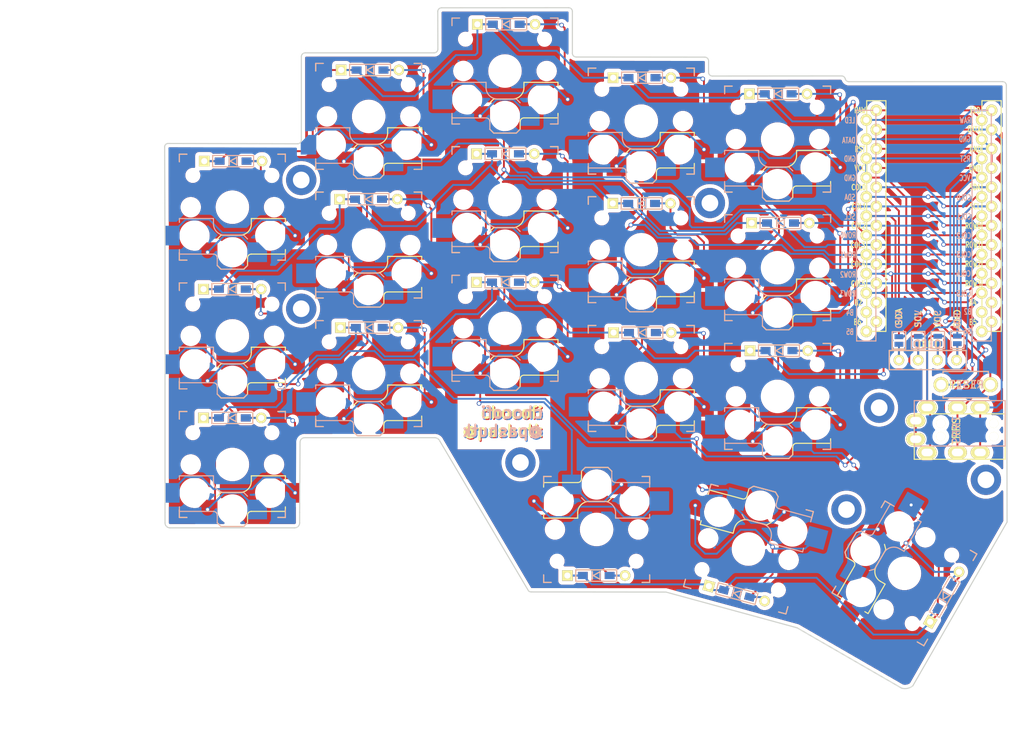
<source format=kicad_pcb>
(kicad_pcb (version 20210606) (generator pcbnew)
  (title_block (title "Corne Light") (date "2018-12-26") (rev "2.1") (company "foostan"))
  (layers (0 "F.Cu" signal) (31 "B.Cu" signal) (34 "B.Paste" user) (35 "F.Paste" user) (36 "B.SilkS" user "B.Silkscreen") (37 "F.SilkS" user "F.Silkscreen") (38 "B.Mask" user) (39 "F.Mask" user) (44 "Edge.Cuts" user))
  (net 0 "")
  (net 1 "row0")
  (net 2 "row1")
  (net 3 "Net-(D2-Pad2)")
  (net 4 "row2")
  (net 5 "Net-(D3-Pad2)")
  (net 6 "row3")
  (net 7 "Net-(D4-Pad2)")
  (net 8 "Net-(D5-Pad2)")
  (net 9 "Net-(D6-Pad2)")
  (net 10 "Net-(D8-Pad2)")
  (net 11 "Net-(D9-Pad2)")
  (net 12 "Net-(D10-Pad2)")
  (net 13 "Net-(D11-Pad2)")
  (net 14 "Net-(D12-Pad2)")
  (net 15 "Net-(D14-Pad2)")
  (net 16 "Net-(D15-Pad2)")
  (net 17 "Net-(D16-Pad2)")
  (net 18 "Net-(D17-Pad2)")
  (net 19 "Net-(D18-Pad2)")
  (net 20 "Net-(D19-Pad2)")
  (net 21 "Net-(D20-Pad2)")
  (net 22 "Net-(D21-Pad2)")
  (net 23 "GND")
  (net 24 "VCC")
  (net 25 "col0")
  (net 26 "col1")
  (net 27 "col2")
  (net 28 "col3")
  (net 29 "col4")
  (net 30 "col5")
  (net 31 "LED")
  (net 32 "data")
  (net 33 "reset")
  (net 34 "SCL")
  (net 35 "SDA")
  (net 36 "Net-(U1-Pad14)")
  (net 37 "Net-(U1-Pad13)")
  (net 38 "Net-(U1-Pad12)")
  (net 39 "Net-(U1-Pad11)")
  (net 40 "Net-(J1-PadA)")
  (net 41 "Net-(U1-Pad24)")
  (footprint "kbd:D3_TH_SMD" (layer "F.Cu") (at 86.0044 64.3128)
    (fp_text reference "D2" hide)
    (fp_text value "D" hide)
  )
  (footprint "kbd:D3_TH_SMD" (layer "F.Cu") (at 104.0892 52.2732)
    (fp_text reference "D3" hide)
    (fp_text value "D" hide)
  )
  (footprint "kbd:D3_TH_SMD" (layer "F.Cu") (at 122.0724 46.228)
    (fp_text reference "D4" hide)
    (fp_text value "D" hide)
  )
  (footprint "kbd:D3_TH_SMD" (layer "F.Cu") (at 140.0048 53.2892)
    (fp_text reference "D5" hide)
    (fp_text value "D" hide)
  )
  (footprint "kbd:D3_TH_SMD" (layer "F.Cu") (at 157.988 55.4228)
    (fp_text reference "D6" hide)
    (fp_text value "D" hide)
  )
  (footprint "kbd:D3_TH_SMD" (layer "F.Cu") (at 85.9028 81.2292)
    (fp_text reference "D8" hide)
    (fp_text value "D" hide)
  )
  (footprint "kbd:D3_TH_SMD" (layer "F.Cu") (at 103.886 69.342)
    (fp_text reference "D9" hide)
    (fp_text value "D" hide)
  )
  (footprint "kbd:D3_TH_SMD" (layer "F.Cu") (at 121.9708 63.3476)
    (fp_text reference "D10" hide)
    (fp_text value "D" hide)
  )
  (footprint "kbd:D3_TH_SMD" (layer "F.Cu") (at 139.954 69.9008)
    (fp_text reference "D11" hide)
    (fp_text value "D" hide)
  )
  (footprint "kbd:D3_TH_SMD" (layer "F.Cu") (at 158.2928 72.4916)
    (fp_text reference "D12" hide)
    (fp_text value "D" hide)
  )
  (footprint "kbd:D3_TH_SMD" (layer "F.Cu") (at 85.9028 98.2472)
    (fp_text reference "D14" hide)
    (fp_text value "D" hide)
  )
  (footprint "kbd:D3_TH_SMD" (layer "F.Cu") (at 103.9876 86.3092)
    (fp_text reference "D15" hide)
    (fp_text value "D" hide)
  )
  (footprint "kbd:D3_TH_SMD" (layer "F.Cu") (at 121.9708 80.3148)
    (fp_text reference "D16" hide)
    (fp_text value "D" hide)
  )
  (footprint "kbd:D3_TH_SMD" (layer "F.Cu") (at 140.0556 86.9696)
    (fp_text reference "D17" hide)
    (fp_text value "D" hide)
  )
  (footprint "kbd:D3_TH_SMD" (layer "F.Cu") (at 158.0896 89.3572)
    (fp_text reference "D18" hide)
    (fp_text value "D" hide)
  )
  (footprint "kbd:D3_TH_SMD" (layer "F.Cu") (at 133.9596 119.0752)
    (fp_text reference "D19" hide)
    (fp_text value "D" hide)
  )
  (footprint "kbd:D3_TH_SMD" (layer "F.Cu") (at 152.514282 121.460596 -15)
    (fp_text reference "D20" hide)
    (fp_text value "D" hide)
  )
  (footprint "kbd:D3_TH_SMD" (layer "F.Cu") (at 179.958166 121.895435 60)
    (fp_text reference "D21" hide)
    (fp_text value "D" hide)
  )
  (footprint "kbd:MJ-4PP-9" (layer "F.Cu") (at 187.96 100.711 -90)
    (fp_text reference "J1")
    (fp_text value "MJ-4PP-9" hide)
  )
  (footprint "keyswitches:Kailh_socket_PG1350_reversible" (layer "F.Cu") (at 85.91 70.4)
    (fp_text reference "SW2" hide)
    (fp_text value "SW_PUSH")
  )
  (footprint "keyswitches:Kailh_socket_PG1350_reversible" (layer "F.Cu") (at 103.91 58.4)
    (fp_text reference "SW3" hide)
    (fp_text value "SW_PUSH")
  )
  (footprint "keyswitches:Kailh_socket_PG1350_reversible" (layer "F.Cu") (at 121.91 52.4)
    (fp_text reference "SW4" hide)
    (fp_text value "SW_PUSH")
  )
  (footprint "keyswitches:Kailh_socket_PG1350_reversible" (layer "F.Cu") (at 139.91 59.02)
    (fp_text reference "SW5" hide)
    (fp_text value "SW_PUSH")
  )
  (footprint "keyswitches:Kailh_socket_PG1350_reversible" (layer "F.Cu") (at 157.91 61.4)
    (fp_text reference "SW6" hide)
    (fp_text value "SW_PUSH")
  )
  (footprint "keyswitches:Kailh_socket_PG1350_reversible" (layer "F.Cu") (at 85.91 87.4)
    (fp_text reference "SW8" hide)
    (fp_text value "SW_PUSH")
  )
  (footprint "keyswitches:Kailh_socket_PG1350_reversible" (layer "F.Cu") (at 103.91 75.4)
    (fp_text reference "SW9" hide)
    (fp_text value "SW_PUSH")
  )
  (footprint "keyswitches:Kailh_socket_PG1350_reversible" (layer "F.Cu") (at 121.91 69.4)
    (fp_text reference "SW10" hide)
    (fp_text value "SW_PUSH")
  )
  (footprint "keyswitches:Kailh_socket_PG1350_reversible" (layer "F.Cu") (at 139.91 76.02)
    (fp_text reference "SW11" hide)
    (fp_text value "SW_PUSH")
  )
  (footprint "keyswitches:Kailh_socket_PG1350_reversible" (layer "F.Cu") (at 157.91 78.4)
    (fp_text reference "SW12" hide)
    (fp_text value "SW_PUSH")
  )
  (footprint "keyswitches:Kailh_socket_PG1350_reversible" (layer "F.Cu") (at 85.91 104.4)
    (fp_text reference "SW14" hide)
    (fp_text value "SW_PUSH")
  )
  (footprint "keyswitches:Kailh_socket_PG1350_reversible" (layer "F.Cu") (at 103.91 92.4)
    (fp_text reference "SW15" hide)
    (fp_text value "SW_PUSH")
  )
  (footprint "keyswitches:Kailh_socket_PG1350_reversible" (layer "F.Cu") (at 121.91 86.4)
    (fp_text reference "SW16" hide)
    (fp_text value "SW_PUSH")
  )
  (footprint "keyswitches:Kailh_socket_PG1350_reversible" (layer "F.Cu") (at 139.91 93.025)
    (fp_text reference "SW17" hide)
    (fp_text value "SW_PUSH")
  )
  (footprint "keyswitches:Kailh_socket_PG1350_reversible" (layer "F.Cu") (at 157.91 95.4)
    (fp_text reference "SW18" hide)
    (fp_text value "SW_PUSH")
  )
  (footprint "keyswitches:Kailh_socket_PG1350_reversible" (layer "F.Cu") (at 134.01 112.99 180)
    (fp_text reference "SW19" hide)
    (fp_text value "SW_PUSH")
  )
  (footprint "keyswitches:Kailh_socket_PG1350_reversible" (layer "F.Cu") (at 154.06 115.58 165)
    (fp_text reference "SW20" hide)
    (fp_text value "SW_PUSH")
  )
  (footprint "keyswitches:Kailh_socket_PG1350_reversible" (layer "F.Cu") (at 174.66 118.79 -120)
    (fp_text reference "SW21" hide)
    (fp_text value "SW_PUSH")
  )
  (footprint "kbd:ProMicro_v2" (layer "F.Cu") (at 178.51 72.0784)
    (fp_text reference "U1" hide)
    (fp_text value "ProMicro" hide)
  )
  (footprint "foostan:Jumper" (layer "F.Cu") (at 179.07 87.9484 -90)
    (fp_text reference "JP65" hide)
    (fp_text value "VCC")
  )
  (footprint "foostan:OLED" (layer "F.Cu") (at 173.93 90.6084)
    (fp_text reference "J2")
    (fp_text value "OLED" hide)
  )
  (footprint "foostan:Jumper" (layer "F.Cu") (at 176.47 87.9684 -90)
    (fp_text reference "JP63" hide)
    (fp_text value "SCL")
  )
  (footprint "foostan:Jumper" (layer "F.Cu") (at 173.93 87.9984 -90)
    (fp_text reference "JP61" hide)
    (fp_text value " SDA")
  )
  (footprint "foostan:Jumper" (layer "F.Cu") (at 181.64 87.9388 -90)
    (fp_text reference "JP68" hide)
    (fp_text value "GND")
  )
  (footprint "kbd:ResetSW" (layer "F.Cu") (at 182.753 93.853)
    (fp_text reference "RSW1" hide)
    (fp_text value "Val**")
  )
  (footprint "kbd:LEGO_HOLE" (layer "F.Cu") (at 171.323 96.901)
    (fp_text reference "h2" hide)
    (fp_text value "h2")
  )
  (footprint "kbd:LEGO_HOLE" (layer "F.Cu") (at 185.42 106.426)
    (fp_text reference "H1" hide)
    (fp_text value "h1")
  )
  (footprint "kbd:LEGO_HOLE" (layer "F.Cu") (at 95 66.802)
    (fp_text reference "h6" hide)
    (fp_text value "h6")
  )
  (footprint "kbd:LEGO_HOLE" (layer "F.Cu") (at 148.971 69.85)
    (fp_text reference "h7" hide)
    (fp_text value "h7")
  )
  (footprint "kbd:LEGO_HOLE" (layer "F.Cu") (at 123.952 104.14)
    (fp_text reference "h4" hide)
    (fp_text value "h4")
  )
  (footprint "kbd:LEGO_HOLE" (layer "F.Cu") (at 167.005 110.363)
    (fp_text reference "h3" hide)
    (fp_text value "h3")
  )
  (footprint "kbd:LEGO_HOLE" (layer "F.Cu") (at 95 83.82)
    (fp_text reference "h5" hide)
    (fp_text value "h5")
  )
  (footprint "foostan:Jumper" (layer "B.Cu") (at 176.48 87.9784 -90)
    (fp_text reference "JP64" hide)
    (fp_text value "VCC")
  )
  (footprint "foostan:Jumper" (layer "B.Cu") (at 173.93 88.008 -90)
    (fp_text reference "JP62" hide)
    (fp_text value "GND")
  )
  (footprint "foostan:Jumper" (layer "B.Cu") (at 181.64 87.9284 -90)
    (fp_text reference "JP6" hide)
    (fp_text value " SDA")
  )
  (footprint "foostan:Jumper" (layer "B.Cu") (at 179.06 87.9484 -90)
    (fp_text reference "JP66" hide)
    (fp_text value "SCL")
  )
  (gr_line (start 187.62 53.805) (end 167.3304 53.81502) (angle 90) (layer "Edge.Cuts") (width 0.15))
  (gr_line (start 94.515447 62.020847) (end 77.4192 61.976) (angle 90) (layer "Edge.Cuts") (width 0.15))
  (gr_line (start 175.768 133.6548) (end 188.214 112.014) (layer "Edge.Cuts") (width 0.15))
  (gr_line (start 160.4772 125.984) (end 174.288668 133.9596) (layer "Edge.Cuts") (width 0.15))
  (gr_line (start 125.3744 121.240811) (end 143.1544 121.2596) (layer "Edge.Cuts") (width 0.15))
  (gr_arc (start 166.360498 53.555) (end 166.360498 53.055) (angle 78.46537935) (layer "Edge.Cuts") (width 0.15))
  (gr_arc (start 167.3304 53.31502) (end 167.3304 53.81502) (angle 73.73979529) (layer "Edge.Cuts") (width 0.15))
  (gr_line (start 166.360498 53.055) (end 149.2932 53.06902) (angle 90) (layer "Edge.Cuts") (width 0.15))
  (gr_arc (start 94.515447 61.520847) (end 95.015447 61.520847) (angle 90) (layer "Edge.Cuts") (width 0.15))
  (gr_arc (start 95.51712 50.50682) (end 95.01712 50.50682) (angle 90) (layer "Edge.Cuts") (width 0.15))
  (gr_line (start 130.31 44.0362) (end 113.53 44.049553) (angle 90) (layer "Edge.Cuts") (width 0.15))
  (gr_line (start 130.81 50.0534) (end 130.81 44.5362) (angle 90) (layer "Edge.Cuts") (width 0.15))
  (gr_line (start 148.2932 50.56902) (end 131.31 50.5534) (angle 90) (layer "Edge.Cuts") (width 0.15))
  (gr_line (start 148.7932 52.56902) (end 148.7932 51.06902) (angle 90) (layer "Edge.Cuts") (width 0.15))
  (gr_line (start 95.01712 50.50682) (end 95.015447 61.520847) (angle 90) (layer "Edge.Cuts") (width 0.15))
  (gr_line (start 112.54712 50.00682) (end 95.51712 50.00682) (angle 90) (layer "Edge.Cuts") (width 0.15))
  (gr_line (start 113.03 44.549553) (end 113.04712 49.50682) (angle 90) (layer "Edge.Cuts") (width 0.15))
  (gr_arc (start 112.54712 49.50682) (end 113.04712 49.50682) (angle 90) (layer "Edge.Cuts") (width 0.15))
  (gr_arc (start 113.53 44.549553) (end 113.03 44.549553) (angle 90) (layer "Edge.Cuts") (width 0.15))
  (gr_arc (start 130.31 44.5362) (end 130.31 44.0362) (angle 90) (layer "Edge.Cuts") (width 0.15))
  (gr_arc (start 131.31 50.0534) (end 131.31 50.5534) (angle 90) (layer "Edge.Cuts") (width 0.15))
  (gr_arc (start 148.2932 51.06902) (end 148.2932 50.56902) (angle 90) (layer "Edge.Cuts") (width 0.15))
  (gr_arc (start 149.2932 52.56902) (end 149.2932 53.06902) (angle 90) (layer "Edge.Cuts") (width 0.15))
  (gr_arc (start 187.62 54.305) (end 187.62 53.805) (angle 90) (layer "Edge.Cuts") (width 0.15))
  (gr_line (start 95.4532 100.862652) (end 112.6236 100.862652) (layer "Edge.Cuts") (width 0.15))
  (gr_line (start 94.7928 110.744) (end 94.8436 101.472252) (layer "Edge.Cuts") (width 0.15))
  (gr_arc (start 112.6236 101.6) (end 112.6236 100.862652) (angle 65.55604522) (layer "Edge.Cuts") (width 0.15))
  (gr_arc (start 125.3744 120.7008) (end 125.0188 121.1072) (angle -41.18592517) (layer "Edge.Cuts") (width 0.15))
  (gr_arc (start 174.728694 132.35291) (end 174.288668 133.959599) (angle -53.9166717) (layer "Edge.Cuts") (width 0.15))
  (gr_line (start 77.0128 93.7768) (end 77.0128 110.744) (layer "Edge.Cuts") (width 0.15))
  (gr_line (start 76.962 62.4332) (end 77.0128 76.708) (layer "Edge.Cuts") (width 0.15))
  (gr_line (start 188.12 54.305) (end 188.214 112.014) (angle 90) (layer "Edge.Cuts") (width 0.15))
  (gr_line (start 94.7928 112.1156) (end 94.7928 110.744) (layer "Edge.Cuts") (width 0.15))
  (gr_arc (start 95.4532 101.472252) (end 94.8436 101.472252) (angle 90) (layer "Edge.Cuts") (width 0.15))
  (gr_arc (start 94.1324 112.1156) (end 94.1324 112.776) (angle -90) (layer "Edge.Cuts") (width 0.15))
  (gr_line (start 77.0128 112.1156) (end 77.0128 110.744) (layer "Edge.Cuts") (width 0.15))
  (gr_line (start 77.0128 76.708) (end 77.0128 93.7768) (layer "Edge.Cuts") (width 0.15))
  (gr_line (start 113.294857 101.294883) (end 125.0188 121.1072) (layer "Edge.Cuts") (width 0.15))
  (gr_arc (start 77.4192 62.4332) (end 77.4192 61.976) (angle -90) (layer "Edge.Cuts") (width 0.15))
  (gr_line (start 77.6732 112.776) (end 94.1324 112.776) (layer "Edge.Cuts") (width 0.15))
  (gr_line (start 143.1544 121.2596) (end 160.4772 125.984) (layer "Edge.Cuts") (width 0.15))
  (gr_arc (start 77.6732 112.1156) (end 77.0128 112.1156) (angle -90) (layer "Edge.Cuts") (width 0.15))
  (gr_text "chocofi\n@pashutk" (at 127.24 98.89) (layer "F.Cu") (effects (font (size 1.5 1.5) (thickness 0.3)) (justify right)))
  (gr_text "chocofi\n@pashutk" (at 127.25 98.89) (layer "B.Cu") (effects (font (size 1.5 1.5) (thickness 0.3)) (justify left mirror)))
  (gr_text "chocofi\n@pashutk" (at 127.13 98.75) (layer "B.SilkS") (effects (font (size 1.5 1.5) (thickness 0.3)) (justify left mirror)))
  (gr_text "chocofi\n@pashutk" (at 127.12 98.75) (layer "F.SilkS") (effects (font (size 1.5 1.5) (thickness 0.3)) (justify right)))
  (segment (start 96.52 53.6448) (end 97.8916 52.2732) (width 0.25) (layer "F.Cu") (net 1))
  (segment (start 118.2624 46.228) (end 120.2974 46.228) (width 0.25) (layer "F.Cu") (net 1))
  (segment (start 154.178 55.4228) (end 156.213 55.4228) (width 0.25) (layer "F.Cu") (net 1))
  (segment (start 138.2298 53.2892) (end 136.1948 53.2892) (width 0.25) (layer "F.Cu") (net 1))
  (segment (start 85.5502 62.992) (end 84.2294 64.3128) (width 0.25) (layer "F.Cu") (net 1))
  (segment (start 167.894 56.515) (end 168.0972 56.7182) (width 0.25) (layer "F.Cu") (net 1))
  (segment (start 183.598 72.8404) (end 182.328 74.1104) (width 0.25) (layer "F.Cu") (net 1))
  (segment (start 168.0972 72.5876) (end 169.62 74.1104) (width 0.25) (layer "F.Cu") (net 1))
  (segment (start 102.3142 52.2732) (end 100.2792 52.2732) (width 0.25) (layer "F.Cu") (net 1))
  (segment (start 96.52 53.6448) (end 96.52 61.849) (width 0.25) (layer "F.Cu") (net 1))
  (segment (start 95.377 62.992) (end 85.5502 62.992) (width 0.25) (layer "F.Cu") (net 1))
  (segment (start 97.8916 52.2732) (end 100.2792 52.2732) (width 0.25) (layer "F.Cu") (net 1))
  (segment (start 96.52 61.849) (end 95.377 62.992) (width 0.25) (layer "F.Cu") (net 1))
  (segment (start 186.1664 72.8404) (end 183.598 72.8404) (width 0.25) (layer "F.Cu") (net 1))
  (segment (start 168.0972 56.7182) (end 168.0972 72.5876) (width 0.25) (layer "F.Cu") (net 1))
  (segment (start 84.2294 64.3128) (end 82.1944 64.3128) (width 0.25) (layer "F.Cu") (net 1))
  (segment (start 182.328 74.1104) (end 177.8 74.1104) (width 0.25) (layer "F.Cu") (net 1))
  (via (at 177.8 74.1104) (size 0.6) (drill 0.4) (layers "F.Cu" "B.Cu") (net 1))
  (via (at 167.894 56.515) (size 0.6) (drill 0.4) (layers "F.Cu" "B.Cu") (net 1))
  (segment (start 102.3142 52.2732) (end 100.2792 52.2732) (width 0.25) (layer "B.Cu") (net 1))
  (segment (start 128.7272 49.7332) (end 132.2832 53.2892) (width 0.25) (layer "B.Cu") (net 1))
  (segment (start 140.8714 55.9308) (end 138.2298 53.2892) (width 0.25) (layer "B.Cu") (net 1))
  (segment (start 152.7215 55.9308) (end 140.8714 55.9308) (width 0.25) (layer "B.Cu") (net 1))
  (segment (start 159.8452 59.055) (end 156.213 55.4228) (width 0.25) (layer "B.Cu") (net 1))
  (segment (start 120.2974 46.228) (end 118.2624 46.228) (width 0.25) (layer "B.Cu") (net 1))
  (segment (start 153.2295 55.4228) (end 152.7215 55.9308) (width 0.25) (layer "B.Cu") (net 1))
  (segment (start 165.354 59.055) (end 159.8452 59.055) (width 0.25) (layer "B.Cu") (net 1))
  (segment (start 118.2624 46.228) (end 118.2624 50.0126) (width 0.25) (layer "B.Cu") (net 1))
  (segment (start 123.8026 49.7332) (end 128.7272 49.7332) (width 0.25) (layer "B.Cu") (net 1))
  (segment (start 154.178 55.4228) (end 153.2295 55.4228) (width 0.25) (layer "B.Cu") (net 1))
  (segment (start 84.2294 64.3128) (end 82.1944 64.3128) (width 0.25) (layer "B.Cu") (net 1))
  (segment (start 118.2624 50.0126) (end 117.983 50.292) (width 0.25) (layer "B.Cu") (net 1))
  (segment (start 132.2832 53.2892) (end 136.1948 53.2892) (width 0.25) (layer "B.Cu") (net 1))
  (segment (start 105.7686 55.7276) (end 102.3142 52.2732) (width 0.25) (layer "B.Cu") (net 1))
  (segment (start 169.62 74.1104) (end 177.8 74.1104) (width 0.25) (layer "B.Cu") (net 1))
  (segment (start 138.2298 53.2892) (end 136.1948 53.2892) (width 0.25) (layer "B.Cu") (net 1))
  (segment (start 117.983 50.292) (end 115.443 50.292) (width 0.25) (layer "B.Cu") (net 1))
  (segment (start 110.0074 55.7276) (end 105.7686 55.7276) (width 0.25) (layer "B.Cu") (net 1))
  (segment (start 115.443 50.292) (end 110.0074 55.7276) (width 0.25) (layer "B.Cu") (net 1))
  (segment (start 156.213 55.4228) (end 154.178 55.4228) (width 0.25) (layer "B.Cu") (net 1))
  (segment (start 120.2974 46.228) (end 123.8026 49.7332) (width 0.25) (layer "B.Cu") (net 1))
  (segment (start 167.894 56.515) (end 165.354 59.055) (width 0.25) (layer "B.Cu") (net 1))
  (segment (start 186.1664 75.3804) (end 183.852 75.3804) (width 0.25) (layer "F.Cu") (net 2))
  (segment (start 182.582 76.6504) (end 177.8 76.6504) (width 0.25) (layer "F.Cu") (net 2))
  (segment (start 138.179 69.9008) (end 136.144 69.9008) (width 0.25) (layer "F.Cu") (net 2))
  (segment (start 183.852 75.3804) (end 182.582 76.6504) (width 0.25) (layer "F.Cu") (net 2))
  (segment (start 102.111 69.342) (end 100.076 69.342) (width 0.25) (layer "F.Cu") (net 2))
  (segment (start 120.1958 63.3476) (end 118.1608 63.3476) (width 0.25) (layer "F.Cu") (net 2))
  (segment (start 84.1278 81.2292) (end 82.0928 81.2292) (width 0.25) (layer "F.Cu") (net 2))
  (segment (start 156.5178 72.4916) (end 154.4828 72.4916) (width 0.25) (layer "F.Cu") (net 2))
  (via (at 177.8 76.6504) (size 0.6) (drill 0.4) (layers "F.Cu" "B.Cu") (net 2))
  (segment (start 164.071887 76.110969) (end 164.668918 76.708) (width 0.25) (layer "B.Cu") (net 2))
  (segment (start 138.179 69.9008) (end 136.144 69.9008) (width 0.25) (layer "B.Cu") (net 2))
  (segment (start 115.062 67.4624) (end 112.776 69.7484) (width 0.25) (layer "B.Cu") (net 2))
  (segment (start 120.1958 63.3476) (end 120.1958 64.6146) (width 0.25) (layer "B.Cu") (net 2))
  (segment (start 169.62 76.6504) (end 177.8 76.6504) (width 0.25) (layer "B.Cu") (net 2))
  (segment (start 86.5662 78.7908) (end 91.8464 78.7908) (width 0.25) (layer "B.Cu") (net 2))
  (segment (start 160.137169 76.110969) (end 164.071887 76.110969) (width 0.25) (layer "B.Cu") (net 2))
  (segment (start 100.076 72.644) (end 100.076 69.342) (width 0.25) (layer "B.Cu") (net 2))
  (segment (start 102.111 69.342) (end 100.076 69.342) (width 0.25) (layer "B.Cu") (net 2))
  (segment (start 121.7168 66.7004) (end 119.9134 64.897) (width 0.25) (layer "B.Cu") (net 2))
  (segment (start 97.3836 73.2536) (end 99.4664 73.2536) (width 0.25) (layer "B.Cu") (net 2))
  (segment (start 112.776 69.7484) (end 112.776 70.358) (width 0.25) (layer "B.Cu") (net 2))
  (segment (start 154.4828 72.4916) (end 152.5524 72.4916) (width 0.25) (layer "B.Cu") (net 2))
  (segment (start 110.236 72.898) (end 105.667 72.898) (width 0.25) (layer "B.Cu") (net 2))
  (segment (start 133.59632 67.35312) (end 125.16352 67.35312) (width 0.25) (layer "B.Cu") (net 2))
  (segment (start 84.1278 81.2292) (end 86.5662 78.7908) (width 0.25) (layer "B.Cu") (net 2))
  (segment (start 136.144 69.9008) (end 133.59632 67.35312) (width 0.25) (layer "B.Cu") (net 2))
  (segment (start 119.9134 64.897) (end 117.348 67.4624) (width 0.25) (layer "B.Cu") (net 2))
  (segment (start 151.07152 73.97248) (end 142.25068 73.97248) (width 0.25) (layer "B.Cu") (net 2))
  (segment (start 112.776 70.358) (end 110.236 72.898) (width 0.25) (layer "B.Cu") (net 2))
  (segment (start 120.1958 64.6146) (end 119.9134 64.897) (width 0.25) (layer "B.Cu") (net 2))
  (segment (start 105.667 72.898) (end 102.111 69.342) (width 0.25) (layer "B.Cu") (net 2))
  (segment (start 99.4664 73.2536) (end 100.076 72.644) (width 0.25) (layer "B.Cu") (net 2))
  (segment (start 169.5624 76.708) (end 169.62 76.6504) (width 0.25) (layer "B.Cu") (net 2))
  (segment (start 91.8464 78.7908) (end 97.3836 73.2536) (width 0.25) (layer "B.Cu") (net 2))
  (segment (start 156.5178 72.4916) (end 154.4828 72.4916) (width 0.25) (layer "B.Cu") (net 2))
  (segment (start 125.16352 67.35312) (end 124.5108 66.7004) (width 0.25) (layer "B.Cu") (net 2))
  (segment (start 142.25068 73.97248) (end 138.179 69.9008) (width 0.25) (layer "B.Cu") (net 2))
  (segment (start 120.1958 63.3476) (end 118.1608 63.3476) (width 0.25) (layer "B.Cu") (net 2))
  (segment (start 124.5108 66.7004) (end 121.7168 66.7004) (width 0.25) (layer "B.Cu") (net 2))
  (segment (start 152.5524 72.4916) (end 151.07152 73.97248) (width 0.25) (layer "B.Cu") (net 2))
  (segment (start 84.1278 81.2292) (end 82.0928 81.2292) (width 0.25) (layer "B.Cu") (net 2))
  (segment (start 156.5178 72.4916) (end 160.137169 76.110969) (width 0.25) (layer "B.Cu") (net 2))
  (segment (start 117.348 67.4624) (end 115.062 67.4624) (width 0.25) (layer "B.Cu") (net 2))
  (segment (start 164.668918 76.708) (end 169.5624 76.708) (width 0.25) (layer "B.Cu") (net 2))
  (segment (start 89.662 66.294) (end 89.662 64.4652) (width 0.25) (layer "F.Cu") (net 3))
  (segment (start 93.726 70.358) (end 89.662 66.294) (width 0.25) (layer "F.Cu") (net 3))
  (segment (start 93.726 73.691) (end 93.726 70.358) (width 0.25) (layer "F.Cu") (net 3))
  (segment (start 94.185 74.15) (end 93.726 73.691) (width 0.25) (layer "F.Cu") (net 3))
  (segment (start 89.662 64.4652) (end 89.8144 64.3128) (width 0.25) (layer "F.Cu") (net 3))
  (segment (start 87.7794 64.3128) (end 89.8144 64.3128) (width 0.25) (layer "F.Cu") (net 3))
  (via (at 94.185 74.15) (size 0.6) (drill 0.4) (layers "F.Cu" "B.Cu") (net 3))
  (segment (start 89.7636 72.0852) (end 92.1202 72.0852) (width 0.25) (layer "B.Cu") (net 3))
  (segment (start 77.635 74.15) (end 79.7506 72.0344) (width 0.25) (layer "B.Cu") (net 3))
  (segment (start 88.07952 73.76928) (end 89.7636 72.0852) (width 0.25) (layer "B.Cu") (net 3))
  (segment (start 82.845123 72.0344) (end 84.580003 73.76928) (width 0.25) (layer "B.Cu") (net 3))
  (segment (start 84.580003 73.76928) (end 88.07952 73.76928) (width 0.25) (layer "B.Cu") (net 3))
  (segment (start 79.7506 72.0344) (end 82.845123 72.0344) (width 0.25) (layer "B.Cu") (net 3))
  (segment (start 87.7794 64.3128) (end 89.8144 64.3128) (width 0.25) (layer "B.Cu") (net 3))
  (segment (start 92.1202 72.0852) (end 94.185 74.15) (width 0.25) (layer "B.Cu") (net 3))
  (segment (start 156.3146 89.3572) (end 154.2796 89.3572) (width 0.25) (layer "F.Cu") (net 4))
  (segment (start 173.03047 79.36538) (end 172.85549 79.1904) (width 0.25) (layer "F.Cu") (net 4))
  (segment (start 182.836 79.1904) (end 177.8 79.1904) (width 0.25) (layer "F.Cu") (net 4))
  (segment (start 171.9072 87.025482) (end 173.03047 85.902212) (width 0.25) (layer "F.Cu") (net 4))
  (segment (start 84.1278 98.2472) (end 82.0928 98.2472) (width 0.25) (layer "F.Cu") (net 4))
  (segment (start 184.106 77.9204) (end 182.836 79.1904) (width 0.25) (layer "F.Cu") (net 4))
  (segment (start 138.2806 86.9696) (end 136.2456 86.9696) (width 0.25) (layer "F.Cu") (net 4))
  (segment (start 171.9072 92.456) (end 171.9072 87.025482) (width 0.25) (layer "F.Cu") (net 4))
  (segment (start 186.1664 77.9204) (end 184.106 77.9204) (width 0.25) (layer "F.Cu") (net 4))
  (segment (start 120.1958 80.3148) (end 118.1608 80.3148) (width 0.25) (layer "F.Cu") (net 4))
  (segment (start 173.03047 85.902212) (end 173.03047 79.36538) (width 0.25) (layer "F.Cu") (net 4))
  (segment (start 102.2126 86.3092) (end 100.1776 86.3092) (width 0.25) (layer "F.Cu") (net 4))
  (via (at 171.9072 92.456) (size 0.6) (drill 0.4) (layers "F.Cu" "B.Cu") (net 4))
  (via (at 172.85549 79.1904) (size 0.6) (drill 0.4) (layers "F.Cu" "B.Cu") (net 4))
  (via (at 177.8 79.1904) (size 0.6) (drill 0.4) (layers "F.Cu" "B.Cu") (net 4))
  (segment (start 97.0788 90.0176) (end 92.456 94.6404) (width 0.25) (layer "B.Cu") (net 4))
  (segment (start 102.2126 87.7794) (end 99.9744 90.0176) (width 0.25) (layer "B.Cu") (net 4))
  (segment (start 138.2806 86.9696) (end 136.2456 86.9696) (width 0.25) (layer "B.Cu") (net 4))
  (segment (start 92.456 94.6404) (end 92.456 96.0628) (width 0.25) (layer "B.Cu") (net 4))
  (segment (start 130.4544 86.9696) (end 126.9492 83.4644) (width 0.25) (layer "B.Cu") (net 4))
  (segment (start 123.3454 83.4644) (end 120.1958 80.3148) (width 0.25) (layer "B.Cu") (net 4))
  (segment (start 102.2126 86.3092) (end 102.2126 87.7794) (width 0.25) (layer "B.Cu") (net 4))
  (segment (start 159.4134 92.456) (end 171.9072 92.456) (width 0.25) (layer "B.Cu") (net 4))
  (segment (start 145.9992 90.3732) (end 141.6842 90.3732) (width 0.25) (layer "B.Cu") (net 4))
  (segment (start 109.8296 90.1192) (end 106.0226 90.1192) (width 0.25) (layer "B.Cu") (net 4))
  (segment (start 85.5502 96.8248) (end 84.1278 98.2472) (width 0.25) (layer "B.Cu") (net 4))
  (segment (start 120.1958 80.3148) (end 118.1608 80.3148) (width 0.25) (layer "B.Cu") (net 4))
  (segment (start 141.6842 90.3732) (end 138.2806 86.9696) (width 0.25) (layer "B.Cu") (net 4))
  (segment (start 120.1958 82.6486) (end 118.3132 84.5312) (width 0.25) (layer "B.Cu") (net 4))
  (segment (start 99.9744 90.0176) (end 97.0788 90.0176) (width 0.25) (layer "B.Cu") (net 4))
  (segment (start 92.456 96.0628) (end 91.694 96.8248) (width 0.25) (layer "B.Cu") (net 4))
  (segment (start 84.1278 98.2472) (end 82.0928 98.2472) (width 0.25) (layer "B.Cu") (net 4))
  (segment (start 91.694 96.8248) (end 85.5502 96.8248) (width 0.25) (layer "B.Cu") (net 4))
  (segment (start 115.4176 84.5312) (end 109.8296 90.1192) (width 0.25) (layer "B.Cu") (net 4))
  (segment (start 169.62 79.1904) (end 177.8 79.1904) (width 0.25) (layer "B.Cu") (net 4))
  (segment (start 118.3132 84.5312) (end 115.4176 84.5312) (width 0.25) (layer "B.Cu") (net 4))
  (segment (start 156.3146 89.3572) (end 154.2796 89.3572) (width 0.25) (layer "B.Cu") (net 4))
  (segment (start 136.2456 86.9696) (end 130.4544 86.9696) (width 0.25) (layer "B.Cu") (net 4))
  (segment (start 156.3146 89.3572) (end 159.4134 92.456) (width 0.25) (layer "B.Cu") (net 4))
  (segment (start 120.1958 80.3148) (end 120.1958 82.6486) (width 0.25) (layer "B.Cu") (net 4))
  (segment (start 147.0152 89.3572) (end 145.9992 90.3732) (width 0.25) (layer "B.Cu") (net 4))
  (segment (start 154.2796 89.3572) (end 147.0152 89.3572) (width 0.25) (layer "B.Cu") (net 4))
  (segment (start 102.2126 86.3092) (end 100.1776 86.3092) (width 0.25) (layer "B.Cu") (net 4))
  (segment (start 126.9492 83.4644) (end 123.3454 83.4644) (width 0.25) (layer "B.Cu") (net 4))
  (segment (start 106.0226 90.1192) (end 102.2126 86.3092) (width 0.25) (layer "B.Cu") (net 4))
  (segment (start 111.1504 61.1154) (end 112.185 62.15) (width 0.25) (layer "F.Cu") (net 5))
  (segment (start 105.8642 52.2732) (end 107.8992 52.2732) (width 0.25) (layer "F.Cu") (net 5))
  (segment (start 111.1504 52.3748) (end 111.1504 61.1154) (width 0.25) (layer "F.Cu") (net 5))
  (via (at 112.185 62.15) (size 0.6) (drill 0.4) (layers "F.Cu" "B.Cu") (net 5))
  (via (at 111.1504 52.3748) (size 0.6) (drill 0.4) (layers "F.Cu" "B.Cu") (net 5))
  (segment (start 101.266257 61.3664) (end 106.8832 61.3664) (width 0.25) (layer "B.Cu") (net 5))
  (segment (start 106.8832 61.3664) (end 108.1024 60.1472) (width 0.25) (layer "B.Cu") (net 5))
  (segment (start 105.8642 52.2732) (end 107.8992 52.2732) (width 0.25) (layer "B.Cu") (net 5))
  (segment (start 107.8992 52.2732) (end 111.0488 52.2732) (width 0.25) (layer "B.Cu") (net 5))
  (segment (start 97.6378 60.1472) (end 100.047057 60.1472) (width 0.25) (layer "B.Cu") (net 5))
  (segment (start 95.635 62.15) (end 97.6378 60.1472) (width 0.25) (layer "B.Cu") (net 5))
  (segment (start 110.1822 60.1472) (end 112.185 62.15) (width 0.25) (layer "B.Cu") (net 5))
  (segment (start 100.047057 60.1472) (end 101.266257 61.3664) (width 0.25) (layer "B.Cu") (net 5))
  (segment (start 108.1024 60.1472) (end 110.1822 60.1472) (width 0.25) (layer "B.Cu") (net 5))
  (segment (start 111.0488 52.2732) (end 111.1504 52.3748) (width 0.25) (layer "B.Cu") (net 5))
  (segment (start 185.983401 80.643399) (end 186.1664 80.4604) (width 0.25) (layer "F.Cu") (net 6))
  (segment (start 183.923001 80.643399) (end 185.983401 80.643399) (width 0.25) (layer "F.Cu") (net 6))
  (segment (start 177.8 81.7304) (end 182.836 81.7304) (width 0.25) (layer "F.Cu") (net 6))
  (segment (start 180.975 101.092) (end 179.7812 102.2858) (width 0.25) (layer "F.Cu") (net 6))
  (segment (start 180.975 98.679) (end 180.975 101.092) (width 0.25) (layer "F.Cu") (net 6))
  (segment (start 179.7812 102.2858) (end 179.7812 112.776) (width 0.25) (layer "F.Cu") (net 6))
  (segment (start 179.8828 95.9612) (end 179.8828 97.5868) (width 0.25) (layer "F.Cu") (net 6))
  (segment (start 150.799764 121.001192) (end 149.360802 121.001192) (width 0.25) (layer "F.Cu") (net 6))
  (segment (start 179.7812 112.776) (end 179.197 113.3602) (width 0.25) (layer "F.Cu") (net 6))
  (segment (start 182.836 81.7304) (end 183.923001 80.643399) (width 0.25) (layer "F.Cu") (net 6))
  (segment (start 179.070666 124.177492) (end 178.053166 125.194992) (width 0.25) (layer "F.Cu") (net 6))
  (segment (start 179.197 119.634) (end 179.070666 119.760334) (width 0.25) (layer "F.Cu") (net 6))
  (segment (start 179.197 113.3602) (end 179.197 119.634) (width 0.25) (layer "F.Cu") (net 6))
  (segment (start 149.360802 121.001192) (end 148.834105 120.474495) (width 0.25) (layer "F.Cu") (net 6))
  (segment (start 183.642 92.202) (end 179.8828 95.9612) (width 0.25) (layer "F.Cu") (net 6))
  (segment (start 179.070666 123.43263) (end 179.070666 124.177492) (width 0.25) (layer "F.Cu") (net 6))
  (segment (start 179.8828 97.5868) (end 180.975 98.679) (width 0.25) (layer "F.Cu") (net 6))
  (segment (start 132.1846 119.0752) (end 130.1496 119.0752) (width 0.25) (layer "F.Cu") (net 6))
  (segment (start 179.070666 119.760334) (end 179.070666 123.43263) (width 0.25) (layer "F.Cu") (net 6))
  (segment (start 183.642 91.186) (end 183.642 92.202) (width 0.25) (layer "F.Cu") (net 6))
  (via (at 183.0324 81.534) (size 0.6) (drill 0.4) (layers "F.Cu" "B.Cu") (net 6))
  (via (at 177.8 81.7304) (size 0.6) (drill 0.4) (layers "F.Cu" "B.Cu") (net 6))
  (via (at 183.642 91.186) (size 0.6) (drill 0.4) (layers "F.Cu" "B.Cu") (net 6))
  (segment (start 133.353 120.2436) (end 132.1846 119.0752) (width 0.25) (layer "B.Cu") (net 6))
  (segment (start 178.053166 124.45013) (end 179.070666 123.43263) (width 0.25) (layer "B.Cu") (net 6))
  (segment (start 152.420956 119.38) (end 163.068 119.38) (width 0.25) (layer "B.Cu") (net 6))
  (segment (start 169.62 81.7304) (end 177.8 81.7304) (width 0.25) (layer "B.Cu") (net 6))
  (segment (start 176.403 126.873) (end 178.053166 125.222834) (width 0.25) (layer "B.Cu") (net 6))
  (segment (start 183.5912 91.1352) (end 183.642 91.186) (width 0.25) (layer "B.Cu") (net 6))
  (segment (start 150.799764 121.001192) (end 149.360802 121.001192) (width 0.25) (layer "B.Cu") (net 6))
  (segment (start 183.0324 86.2584) (end 183.5912 86.8172) (width 0.25) (layer "B.Cu") (net 6))
  (segment (start 170.561 126.873) (end 176.403 126.873) (width 0.25) (layer "B.Cu") (net 6))
  (segment (start 178.053166 125.194992) (end 178.053166 124.45013) (width 0.25) (layer "B.Cu") (net 6))
  (segment (start 150.799764 121.001192) (end 152.420956 119.38) (width 0.25) (layer "B.Cu") (net 6))
  (segment (start 149.360802 121.001192) (end 148.834105 120.474495) (width 0.25) (layer "B.Cu") (net 6))
  (segment (start 148.834105 120.474495) (end 148.60321 120.2436) (width 0.25) (layer "B.Cu") (net 6))
  (segment (start 148.60321 120.2436) (end 133.353 120.2436) (width 0.25) (layer "B.Cu") (net 6))
  (segment (start 132.1846 119.0752) (end 130.1496 119.0752) (width 0.25) (layer "B.Cu") (net 6))
  (segment (start 163.068 119.38) (end 170.561 126.873) (width 0.25) (layer "B.Cu") (net 6))
  (segment (start 183.0324 81.534) (end 183.0324 86.2584) (width 0.25) (layer "B.Cu") (net 6))
  (segment (start 178.053166 125.222834) (end 178.053166 125.194992) (width 0.25) (layer "B.Cu") (net 6))
  (segment (start 183.5912 86.8172) (end 183.5912 91.1352) (width 0.25) (layer "B.Cu") (net 6))
  (segment (start 129.794 46.736) (end 129.794 55.759) (width 0.25) (layer "F.Cu") (net 7))
  (segment (start 129.794 55.759) (end 130.185 56.15) (width 0.25) (layer "F.Cu") (net 7))
  (segment (start 129.3876 46.3296) (end 129.794 46.736) (width 0.25) (layer "F.Cu") (net 7))
  (segment (start 123.8474 46.228) (end 125.8824 46.228) (width 0.25) (layer "F.Cu") (net 7))
  (via (at 129.3876 46.3296) (size 0.6) (drill 0.4) (layers "F.Cu" "B.Cu") (net 7))
  (via (at 130.185 56.15) (size 0.6) (drill 0.4) (layers "F.Cu" "B.Cu") (net 7))
  (segment (start 113.635 56.15) (end 115.683 54.102) (width 0.25) (layer "B.Cu") (net 7))
  (segment (start 117.7544 54.102) (end 118.9736 55.3212) (width 0.25) (layer "B.Cu") (net 7))
  (segment (start 129.3876 46.3296) (end 129.286 46.228) (width 0.25) (layer "B.Cu") (net 7))
  (segment (start 115.683 54.102) (end 117.7544 54.102) (width 0.25) (layer "B.Cu") (net 7))
  (segment (start 125.7808 54.2036) (end 128.2386 54.2036) (width 0.25) (layer "B.Cu") (net 7))
  (segment (start 118.9736 55.3212) (end 124.6632 55.3212) (width 0.25) (layer "B.Cu") (net 7))
  (segment (start 124.6632 55.3212) (end 125.7808 54.2036) (width 0.25) (layer "B.Cu") (net 7))
  (segment (start 125.8824 46.228) (end 123.8474 46.228) (width 0.25) (layer "B.Cu") (net 7))
  (segment (start 128.2386 54.2036) (end 130.185 56.15) (width 0.25) (layer "B.Cu") (net 7))
  (segment (start 129.286 46.228) (end 125.8824 46.228) (width 0.25) (layer "B.Cu") (net 7))
  (segment (start 148.185 53.5954) (end 148.185 62.77) (width 0.25) (layer "F.Cu") (net 8))
  (segment (start 148.0312 53.4416) (end 148.185 53.5954) (width 0.25) (layer "F.Cu") (net 8))
  (segment (start 141.7798 53.2892) (end 143.8148 53.2892) (width 0.25) (layer "F.Cu") (net 8))
  (via (at 148.0312 53.4416) (size 0.6) (drill 0.4) (layers "F.Cu" "B.Cu") (net 8))
  (via (at 148.185 62.77) (size 0.6) (drill 0.4) (layers "F.Cu" "B.Cu") (net 8))
  (segment (start 147.8788 53.2892) (end 148.0312 53.4416) (width 0.25) (layer "B.Cu") (net 8))
  (segment (start 142.1384 62.3824) (end 143.8148 60.706) (width 0.25) (layer "B.Cu") (net 8))
  (segment (start 143.8148 60.706) (end 146.121 60.706) (width 0.25) (layer "B.Cu") (net 8))
  (segment (start 133.699 60.706) (end 136.0424 60.706) (width 0.25) (layer "B.Cu") (net 8))
  (segment (start 143.8148 53.2892) (end 147.8788 53.2892) (width 0.25) (layer "B.Cu") (net 8))
  (segment (start 137.7188 62.3824) (end 142.1384 62.3824) (width 0.25) (layer "B.Cu") (net 8))
  (segment (start 131.635 62.77) (end 133.699 60.706) (width 0.25) (layer "B.Cu") (net 8))
  (segment (start 136.0424 60.706) (end 137.7188 62.3824) (width 0.25) (layer "B.Cu") (net 8))
  (segment (start 146.121 60.706) (end 148.185 62.77) (width 0.25) (layer "B.Cu") (net 8))
  (segment (start 141.7798 53.2892) (end 143.8148 53.2892) (width 0.25) (layer "B.Cu") (net 8))
  (segment (start 166.185 55.5934) (end 166.116 55.5244) (width 0.25) (layer "F.Cu") (net 9))
  (segment (start 159.763 55.4228) (end 161.798 55.4228) (width 0.25) (layer "F.Cu") (net 9))
  (segment (start 166.185 65.15) (end 166.185 55.5934) (width 0.25) (layer "F.Cu") (net 9))
  (via (at 166.116 55.5244) (size 0.6) (drill 0.4) (layers "F.Cu" "B.Cu") (net 9))
  (via (at 166.185 65.15) (size 0.6) (drill 0.4) (layers "F.Cu" "B.Cu") (net 9))
  (segment (start 160.6296 62.8904) (end 163.9254 62.8904) (width 0.25) (layer "B.Cu") (net 9))
  (segment (start 151.6914 63.0936) (end 155.956 63.0936) (width 0.25) (layer "B.Cu") (net 9))
  (segment (start 155.956 63.0936) (end 156.7688 63.9064) (width 0.25) (layer "B.Cu") (net 9))
  (segment (start 166.0144 55.4228) (end 161.798 55.4228) (width 0.25) (layer "B.Cu") (net 9))
  (segment (start 166.116 55.5244) (end 166.0144 55.4228) (width 0.25) (layer "B.Cu") (net 9))
  (segment (start 156.7688 63.9064) (end 159.6136 63.9064) (width 0.25) (layer "B.Cu") (net 9))
  (segment (start 159.6136 63.9064) (end 160.6296 62.8904) (width 0.25) (layer "B.Cu") (net 9))
  (segment (start 163.9254 62.8904) (end 166.185 65.15) (width 0.25) (layer "B.Cu") (net 9))
  (segment (start 161.798 55.4228) (end 159.763 55.4228) (width 0.25) (layer "B.Cu") (net 9))
  (segment (start 149.635 65.15) (end 151.6914 63.0936) (width 0.25) (layer "B.Cu") (net 9))
  (segment (start 87.6778 81.2292) (end 89.7128 81.2292) (width 0.25) (layer "F.Cu") (net 10))
  (segment (start 94.185 87.708) (end 94.185 91.15) (width 0.25) (layer "F.Cu") (net 10))
  (segment (start 90.932 84.455) (end 94.185 87.708) (width 0.25) (layer "F.Cu") (net 10))
  (segment (start 89.662 84.455) (end 90.932 84.455) (width 0.25) (layer "F.Cu") (net 10))
  (via (at 94.185 91.15) (size 0.6) (drill 0.4) (layers "F.Cu" "B.Cu") (net 10))
  (via (at 89.662 84.455) (size 0.6) (drill 0.4) (layers "F.Cu" "B.Cu") (net 10))
  (segment (start 79.7326 89.0524) (end 82.1436 89.0524) (width 0.25) (layer "B.Cu") (net 10))
  (segment (start 87.6778 81.2292) (end 89.7128 81.2292) (width 0.25) (layer "B.Cu") (net 10))
  (segment (start 83.7692 90.678) (end 88.138 90.678) (width 0.25) (layer "B.Cu") (net 10))
  (segment (start 89.860511 88.955489) (end 91.990489 88.955489) (width 0.25) (layer "B.Cu") (net 10))
  (segment (start 91.990489 88.955489) (end 94.185 91.15) (width 0.25) (layer "B.Cu") (net 10))
  (segment (start 82.1436 89.0524) (end 83.7692 90.678) (width 0.25) (layer "B.Cu") (net 10))
  (segment (start 89.662 81.28) (end 89.7128 81.2292) (width 0.25) (layer "B.Cu") (net 10))
  (segment (start 77.635 91.15) (end 79.7326 89.0524) (width 0.25) (layer "B.Cu") (net 10))
  (segment (start 88.138 90.678) (end 89.860511 88.955489) (width 0.25) (layer "B.Cu") (net 10))
  (segment (start 89.662 84.455) (end 89.662 81.28) (width 0.25) (layer "B.Cu") (net 10))
  (segment (start 111.76 70.2056) (end 112.185 70.6306) (width 0.25) (layer "F.Cu") (net 11))
  (segment (start 105.661 69.342) (end 107.696 69.342) (width 0.25) (layer "F.Cu") (net 11))
  (segment (start 112.185 70.6306) (end 112.185 79.15) (width 0.25) (layer "F.Cu") (net 11))
  (via (at 112.185 79.15) (size 0.6) (drill 0.4) (layers "F.Cu" "B.Cu") (net 11))
  (via (at 111.76 70.2056) (size 0.6) (drill 0.4) (layers "F.Cu" "B.Cu") (net 11))
  (segment (start 110.1494 77.1144) (end 112.185 79.15) (width 0.25) (layer "B.Cu") (net 11))
  (segment (start 106.426 78.3336) (end 107.6452 77.1144) (width 0.25) (layer "B.Cu") (net 11))
  (segment (start 101.6 78.3336) (end 106.426 78.3336) (width 0.25) (layer "B.Cu") (net 11))
  (segment (start 100.2792 77.0128) (end 101.6 78.3336) (width 0.25) (layer "B.Cu") (net 11))
  (segment (start 97.7722 77.0128) (end 100.2792 77.0128) (width 0.25) (layer "B.Cu") (net 11))
  (segment (start 107.6452 77.1144) (end 110.1494 77.1144) (width 0.25) (layer "B.Cu") (net 11))
  (segment (start 110.8964 69.342) (end 111.76 70.2056) (width 0.25) (layer "B.Cu") (net 11))
  (segment (start 107.696 69.342) (end 105.661 69.342) (width 0.25) (layer "B.Cu") (net 11))
  (segment (start 107.696 69.342) (end 110.8964 69.342) (width 0.25) (layer "B.Cu") (net 11))
  (segment (start 95.635 79.15) (end 97.7722 77.0128) (width 0.25) (layer "B.Cu") (net 11))
  (segment (start 130.185 64.3482) (end 130.185 73.15) (width 0.25) (layer "F.Cu") (net 12))
  (segment (start 123.7458 63.3476) (end 125.7808 63.3476) (width 0.25) (layer "F.Cu") (net 12))
  (segment (start 129.4892 63.6524) (end 130.185 64.3482) (width 0.25) (layer "F.Cu") (net 12))
  (via (at 130.185 73.15) (size 0.6) (drill 0.4) (layers "F.Cu" "B.Cu") (net 12))
  (via (at 129.4892 63.6524) (size 0.6) (drill 0.4) (layers "F.Cu" "B.Cu") (net 12))
  (segment (start 119.6848 72.644) (end 124.1552 72.644) (width 0.25) (layer "B.Cu") (net 12))
  (segment (start 113.635 73.15) (end 115.8174 70.9676) (width 0.25) (layer "B.Cu") (net 12))
  (segment (start 125.7808 63.3476) (end 129.1844 63.3476) (width 0.25) (layer "B.Cu") (net 12))
  (segment (start 118.0084 70.9676) (end 119.6848 72.644) (width 0.25) (layer "B.Cu") (net 12))
  (segment (start 124.1552 72.644) (end 125.8316 70.9676) (width 0.25) (layer "B.Cu") (net 12))
  (segment (start 128.0026 70.9676) (end 130.185 73.15) (width 0.25) (layer "B.Cu") (net 12))
  (segment (start 125.8316 70.9676) (end 128.0026 70.9676) (width 0.25) (layer "B.Cu") (net 12))
  (segment (start 115.8174 70.9676) (end 118.0084 70.9676) (width 0.25) (layer "B.Cu") (net 12))
  (segment (start 123.7458 63.3476) (end 125.7808 63.3476) (width 0.25) (layer "B.Cu") (net 12))
  (segment (start 129.1844 63.3476) (end 129.4892 63.6524) (width 0.25) (layer "B.Cu") (net 12))
  (segment (start 143.764 69.9008) (end 143.764 73.152) (width 0.25) (layer "F.Cu") (net 13))
  (segment (start 148.185 75.033) (end 148.185 79.77) (width 0.25) (layer "F.Cu") (net 13))
  (segment (start 144.653 74.041) (end 147.193 74.041) (width 0.25) (layer "F.Cu") (net 13))
  (segment (start 147.193 74.041) (end 148.185 75.033) (width 0.25) (layer "F.Cu") (net 13))
  (segment (start 143.764 73.152) (end 144.653 74.041) (width 0.25) (layer "F.Cu") (net 13))
  (segment (start 141.729 69.9008) (end 143.764 69.9008) (width 0.25) (layer "F.Cu") (net 13))
  (via (at 148.185 79.77) (size 0.6) (drill 0.4) (layers "F.Cu" "B.Cu") (net 13))
  (segment (start 146.139 77.724) (end 148.185 79.77) (width 0.25) (layer "B.Cu") (net 13))
  (segment (start 142.18152 79.25568) (end 143.7132 77.724) (width 0.25) (layer "B.Cu") (net 13))
  (segment (start 141.729 69.9008) (end 143.764 69.9008) (width 0.25) (layer "B.Cu") (net 13))
  (segment (start 131.635 79.77) (end 133.7826 77.6224) (width 0.25) (layer "B.Cu") (net 13))
  (segment (start 133.7826 77.6224) (end 137.080323 77.6224) (width 0.25) (layer "B.Cu") (net 13))
  (segment (start 137.080323 77.6224) (end 138.713603 79.25568) (width 0.25) (layer "B.Cu") (net 13))
  (segment (start 143.7132 77.724) (end 146.139 77.724) (width 0.25) (layer "B.Cu") (net 13))
  (segment (start 138.713603 79.25568) (end 142.18152 79.25568) (width 0.25) (layer "B.Cu") (net 13))
  (segment (start 166.185 73.9322) (end 166.185 82.15) (width 0.25) (layer "F.Cu") (net 14))
  (segment (start 166.116 73.8632) (end 166.185 73.9322) (width 0.25) (layer "F.Cu") (net 14))
  (segment (start 160.0678 72.4916) (end 162.1028 72.4916) (width 0.25) (layer "F.Cu") (net 14))
  (via (at 166.185 82.15) (size 0.6) (drill 0.4) (layers "F.Cu" "B.Cu") (net 14))
  (via (at 166.116 73.8632) (size 0.6) (drill 0.4) (layers "F.Cu" "B.Cu") (net 14))
  (segment (start 161.722518 79.8576) (end 163.8926 79.8576) (width 0.25) (layer "B.Cu") (net 14))
  (segment (start 151.8258 79.9592) (end 154.0256 79.9592) (width 0.25) (layer "B.Cu") (net 14))
  (segment (start 163.8926 79.8576) (end 166.185 82.15) (width 0.25) (layer "B.Cu") (net 14))
  (segment (start 164.7444 72.4916) (end 162.1028 72.4916) (width 0.25) (layer "B.Cu") (net 14))
  (segment (start 160.0678 72.4916) (end 162.1028 72.4916) (width 0.25) (layer "B.Cu") (net 14))
  (segment (start 154.0256 79.9592) (end 155.6004 81.534) (width 0.25) (layer "B.Cu") (net 14))
  (segment (start 155.6004 81.534) (end 160.046118 81.534) (width 0.25) (layer "B.Cu") (net 14))
  (segment (start 166.116 73.8632) (end 164.7444 72.4916) (width 0.25) (layer "B.Cu") (net 14))
  (segment (start 149.635 82.15) (end 151.8258 79.9592) (width 0.25) (layer "B.Cu") (net 14))
  (segment (start 160.046118 81.534) (end 161.722518 79.8576) (width 0.25) (layer "B.Cu") (net 14))
  (segment (start 94.185 98.9094) (end 94.185 108.15) (width 0.25) (layer "F.Cu") (net 15))
  (segment (start 87.6778 98.2472) (end 89.7128 98.2472) (width 0.25) (layer "F.Cu") (net 15))
  (segment (start 93.8784 98.6028) (end 94.185 98.9094) (width 0.25) (layer "F.Cu") (net 15))
  (via (at 94.185 108.15) (size 0.6) (drill 0.4) (layers "F.Cu" "B.Cu") (net 15))
  (via (at 93.8784 98.6028) (size 0.6) (drill 0.4) (layers "F.Cu" "B.Cu") (net 15))
  (segment (start 79.7146 106.0704) (end 81.8388 106.0704) (width 0.25) (layer "B.Cu") (net 15))
  (segment (start 88.4936 107.6452) (end 90.0176 106.1212) (width 0.25) (layer "B.Cu") (net 15))
  (segment (start 92.1562 106.1212) (end 94.185 108.15) (width 0.25) (layer "B.Cu") (net 15))
  (segment (start 83.4136 107.6452) (end 88.4936 107.6452) (width 0.25) (layer "B.Cu") (net 15))
  (segment (start 93.5228 98.2472) (end 93.8784 98.6028) (width 0.25) (layer "B.Cu") (net 15))
  (segment (start 89.7128 98.2472) (end 93.5228 98.2472) (width 0.25) (layer "B.Cu") (net 15))
  (segment (start 77.635 108.15) (end 79.7146 106.0704) (width 0.25) (layer "B.Cu") (net 15))
  (segment (start 90.0176 106.1212) (end 92.1562 106.1212) (width 0.25) (layer "B.Cu") (net 15))
  (segment (start 81.8388 106.0704) (end 83.4136 107.6452) (width 0.25) (layer "B.Cu") (net 15))
  (segment (start 87.6778 98.2472) (end 89.7128 98.2472) (width 0.25) (layer "B.Cu") (net 15))
  (segment (start 111.3028 95.2678) (end 112.185 96.15) (width 0.25) (layer "F.Cu") (net 16))
  (segment (start 111.3028 86.614) (end 111.3028 95.2678) (width 0.25) (layer "F.Cu") (net 16))
  (segment (start 105.7626 86.3092) (end 107.7976 86.3092) (width 0.25) (layer "F.Cu") (net 16))
  (via (at 112.185 96.15) (size 0.6) (drill 0.4) (layers "F.Cu" "B.Cu") (net 16))
  (via (at 111.3028 86.614) (size 0.6) (drill 0.4) (layers "F.Cu" "B.Cu") (net 16))
  (segment (start 107.5944 94.0816) (end 110.1166 94.0816) (width 0.25) (layer "B.Cu") (net 16))
  (segment (start 97.7034 94.0816) (end 100.4316 94.0816) (width 0.25) (layer "B.Cu") (net 16))
  (segment (start 110.998 86.3092) (end 111.3028 86.614) (width 0.25) (layer "B.Cu") (net 16))
  (segment (start 105.918 95.758) (end 107.5944 94.0816) (width 0.25) (layer "B.Cu") (net 16))
  (segment (start 105.7626 86.3092) (end 107.7976 86.3092) (width 0.25) (layer "B.Cu") (net 16))
  (segment (start 107.7976 86.3092) (end 110.998 86.3092) (width 0.25) (layer "B.Cu") (net 16))
  (segment (start 110.1166 94.0816) (end 112.185 96.15) (width 0.25) (layer "B.Cu") (net 16))
  (segment (start 102.108 95.758) (end 105.918 95.758) (width 0.25) (layer "B.Cu") (net 16))
  (segment (start 100.4316 94.0816) (end 102.108 95.758) (width 0.25) (layer "B.Cu") (net 16))
  (segment (start 95.635 96.15) (end 97.7034 94.0816) (width 0.25) (layer "B.Cu") (net 16))
  (segment (start 123.7458 80.3148) (end 125.7808 80.3148) (width 0.25) (layer "F.Cu") (net 17))
  (segment (start 130.185 81.9758) (end 130.185 90.15) (width 0.25) (layer "F.Cu") (net 17))
  (segment (start 129.0828 80.8736) (end 130.185 81.9758) (width 0.25) (layer "F.Cu") (net 17))
  (via (at 130.185 90.15) (size 0.6) (drill 0.4) (layers "F.Cu" "B.Cu") (net 17))
  (via (at 129.0828 80.8736) (size 0.6) (drill 0.4) (layers "F.Cu" "B.Cu") (net 17))
  (segment (start 128.524 80.3148) (end 129.0828 80.8736) (width 0.25) (layer "B.Cu") (net 17))
  (segment (start 124.1552 89.408) (end 125.4252 88.138) (width 0.25) (layer "B.Cu") (net 17))
  (segment (start 119.5832 89.408) (end 124.1552 89.408) (width 0.25) (layer "B.Cu") (net 17))
  (segment (start 125.7808 80.3148) (end 128.524 80.3148) (width 0.25) (layer "B.Cu") (net 17))
  (segment (start 115.7486 88.0364) (end 118.2116 88.0364) (width 0.25) (layer "B.Cu") (net 17))
  (segment (start 125.4252 88.138) (end 128.173 88.138) (width 0.25) (layer "B.Cu") (net 17))
  (segment (start 118.2116 88.0364) (end 119.5832 89.408) (width 0.25) (layer "B.Cu") (net 17))
  (segment (start 123.7458 80.3148) (end 125.7808 80.3148) (width 0.25) (layer "B.Cu") (net 17))
  (segment (start 128.173 88.138) (end 130.185 90.15) (width 0.25) (layer "B.Cu") (net 17))
  (segment (start 113.635 90.15) (end 115.7486 88.0364) (width 0.25) (layer "B.Cu") (net 17))
  (segment (start 148.185 87.1234) (end 148.185 96.775) (width 0.25) (layer "F.Cu") (net 18))
  (segment (start 141.8306 86.9696) (end 143.8656 86.9696) (width 0.25) (layer "F.Cu") (net 18))
  (segment (start 148.1328 87.0712) (end 148.185 87.1234) (width 0.25) (layer "F.Cu") (net 18))
  (via (at 148.185 96.775) (size 0.6) (drill 0.4) (layers "F.Cu" "B.Cu") (net 18))
  (via (at 148.1328 87.0712) (size 0.6) (drill 0.4) (layers "F.Cu" "B.Cu") (net 18))
  (segment (start 148.0312 86.9696) (end 148.1328 87.0712) (width 0.25) (layer "B.Cu") (net 18))
  (segment (start 145.9996 94.5896) (end 148.185 96.775) (width 0.25) (layer "B.Cu") (net 18))
  (segment (start 143.8148 94.5896) (end 145.9996 94.5896) (width 0.25) (layer "B.Cu") (net 18))
  (segment (start 137.922 96.4184) (end 141.986 96.4184) (width 0.25) (layer "B.Cu") (net 18))
  (segment (start 133.8712 94.5388) (end 136.0424 94.5388) (width 0.25) (layer "B.Cu") (net 18))
  (segment (start 141.986 96.4184) (end 143.8148 94.5896) (width 0.25) (layer "B.Cu") (net 18))
  (segment (start 131.635 96.775) (end 133.8712 94.5388) (width 0.25) (layer "B.Cu") (net 18))
  (segment (start 141.8306 86.9696) (end 143.8656 86.9696) (width 0.25) (layer "B.Cu") (net 18))
  (segment (start 143.8656 86.9696) (end 148.0312 86.9696) (width 0.25) (layer "B.Cu") (net 18))
  (segment (start 136.0424 94.5388) (end 137.922 96.4184) (width 0.25) (layer "B.Cu") (net 18))
  (segment (start 166.185 89.6802) (end 166.185 99.15) (width 0.25) (layer "F.Cu") (net 19))
  (segment (start 165.9128 89.408) (end 166.185 89.6802) (width 0.25) (layer "F.Cu") (net 19))
  (segment (start 159.8646 89.3572) (end 161.8996 89.3572) (width 0.25) (layer "F.Cu") (net 19))
  (via (at 166.185 99.15) (size 0.6) (drill 0.4) (layers "F.Cu" "B.Cu") (net 19))
  (via (at 165.9128 89.408) (size 0.6) (drill 0.4) (layers "F.Cu" "B.Cu") (net 19))
  (segment (start 162.052 97.028) (end 164.063 97.028) (width 0.25) (layer "B.Cu") (net 19))
  (segment (start 149.635 99.15) (end 151.757 97.028) (width 0.25) (layer "B.Cu") (net 19))
  (segment (start 161.8996 89.3572) (end 165.862 89.3572) (width 0.25) (layer "B.Cu") (net 19))
  (segment (start 164.063 97.028) (end 166.185 99.15) (width 0.25) (layer "B.Cu") (net 19))
  (segment (start 151.757 97.028) (end 154.2288 97.028) (width 0.25) (layer "B.Cu") (net 19))
  (segment (start 160.9852 98.0948) (end 162.052 97.028) (width 0.25) (layer "B.Cu") (net 19))
  (segment (start 165.862 89.3572) (end 165.9128 89.408) (width 0.25) (layer "B.Cu") (net 19))
  (segment (start 154.2288 97.028) (end 155.2956 98.0948) (width 0.25) (layer "B.Cu") (net 19))
  (segment (start 159.8646 89.3572) (end 161.8996 89.3572) (width 0.25) (layer "B.Cu") (net 19))
  (segment (start 155.2956 98.0948) (end 160.9852 98.0948) (width 0.25) (layer "B.Cu") (net 19))
  (segment (start 126.2888 115.57) (end 125.735 115.0162) (width 0.25) (layer "F.Cu") (net 20))
  (segment (start 135.7346 119.0752) (end 137.7696 119.0752) (width 0.25) (layer "F.Cu") (net 20))
  (segment (start 125.735 115.0162) (end 125.735 109.24) (width 0.25) (layer "F.Cu") (net 20))
  (segment (start 135.7346 119.0752) (end 132.2294 115.57) (width 0.25) (layer "F.Cu") (net 20))
  (segment (start 132.2294 115.57) (end 126.2888 115.57) (width 0.25) (layer "F.Cu") (net 20))
  (via (at 125.735 109.24) (size 0.6) (drill 0.4) (layers "F.Cu" "B.Cu") (net 20))
  (segment (start 136.2456 109.982) (end 131.7752 109.982) (width 0.25) (layer "B.Cu") (net 20))
  (segment (start 142.285 109.24) (end 140.1714 111.3536) (width 0.25) (layer "B.Cu") (net 20))
  (segment (start 127.8486 111.3536) (end 125.735 109.24) (width 0.25) (layer "B.Cu") (net 20))
  (segment (start 131.7752 109.982) (end 130.4036 111.3536) (width 0.25) (layer "B.Cu") (net 20))
  (segment (start 135.7346 119.0752) (end 137.7696 119.0752) (width 0.25) (layer "B.Cu") (net 20))
  (segment (start 130.4036 111.3536) (end 127.8486 111.3536) (width 0.25) (layer "B.Cu") (net 20))
  (segment (start 137.6172 111.3536) (end 136.2456 109.982) (width 0.25) (layer "B.Cu") (net 20))
  (segment (start 140.1714 111.3536) (end 137.6172 111.3536) (width 0.25) (layer "B.Cu") (net 20))
  (segment (start 157.2514 118.8974) (end 157.2514 115.2906) (width 0.25) (layer "F.Cu") (net 21))
  (segment (start 154.2288 121.92) (end 155.667762 121.92) (width 0.25) (layer "F.Cu") (net 21))
  (segment (start 155.667762 121.92) (end 156.194459 122.446697) (width 0.25) (layer "F.Cu") (net 21))
  (segment (start 154.2288 121.92) (end 157.2514 118.8974) (width 0.25) (layer "F.Cu") (net 21))
  (via (at 147.037535 109.816051) (size 0.6) (drill 0.4) (layers "F.Cu" "B.Cu") (net 21))
  (via (at 157.2514 115.2906) (size 0.6) (drill 0.4) (layers "F.Cu" "B.Cu") (net 21))
  (segment (start 148.343171 116.195319) (end 147.037535 114.889683) (width 0.25) (layer "B.Cu") (net 21))
  (segment (start 161.962162 115.160952) (end 161.902248 115.160952) (width 0.25) (layer "B.Cu") (net 21))
  (segment (start 154.2288 121.92) (end 155.667762 121.92) (width 0.25) (layer "B.Cu") (net 21))
  (segment (start 161.544 115.5192) (end 157.48 115.5192) (width 0.25) (layer "B.Cu") (net 21))
  (segment (start 157.48 115.5192) (end 157.2514 115.2906) (width 0.25) (layer "B.Cu") (net 21))
  (segment (start 155.667762 121.92) (end 156.194459 122.446697) (width 0.25) (layer "B.Cu") (net 21))
  (segment (start 161.902248 115.160952) (end 161.544 115.5192) (width 0.25) (layer "B.Cu") (net 21))
  (segment (start 163.023608 114.099506) (end 161.962162 115.160952) (width 0.25) (layer "B.Cu") (net 21))
  (segment (start 157.2514 115.2906) (end 154.9908 113.03) (width 0.25) (layer "B.Cu") (net 21))
  (segment (start 154.9908 113.03) (end 153.035 113.03) (width 0.25) (layer "B.Cu") (net 21))
  (segment (start 147.037535 114.889683) (end 147.037535 109.816051) (width 0.25) (layer "B.Cu") (net 21))
  (segment (start 153.035 113.03) (end 149.869681 116.195319) (width 0.25) (layer "B.Cu") (net 21))
  (segment (start 149.869681 116.195319) (end 148.343171 116.195319) (width 0.25) (layer "B.Cu") (net 21))
  (segment (start 171.5516 118.11) (end 174.8663 114.7953) (width 0.25) (layer "F.Cu") (net 22))
  (segment (start 171.5516 121.666) (end 171.5516 118.11) (width 0.25) (layer "F.Cu") (net 22))
  (segment (start 174.8663 114.7953) (end 176.022 113.6396) (width 0.25) (layer "F.Cu") (net 22))
  (segment (start 181.863166 118.595878) (end 181.863166 119.34074) (width 0.25) (layer "F.Cu") (net 22))
  (segment (start 169.13624 124.08136) (end 171.5516 121.666) (width 0.25) (layer "F.Cu") (net 22))
  (segment (start 176.022 112.6744) (end 176.9872 111.7092) (width 0.25) (layer "F.Cu") (net 22))
  (segment (start 176.022 113.6396) (end 176.022 112.6744) (width 0.25) (layer "F.Cu") (net 22))
  (segment (start 176.9872 111.185935) (end 175.549905 109.74864) (width 0.25) (layer "F.Cu") (net 22))
  (segment (start 167.274905 124.08136) (end 169.13624 124.08136) (width 0.25) (layer "F.Cu") (net 22))
  (segment (start 176.9872 111.7092) (end 176.9872 111.185935) (width 0.25) (layer "F.Cu") (net 22))
  (segment (start 181.863166 119.34074) (end 180.845666 120.35824) (width 0.25) (layer "F.Cu") (net 22))
  (via (at 174.8663 114.7953) (size 0.6) (drill 0.4) (layers "F.Cu" "B.Cu") (net 22))
  (via (at 175.549905 109.74864) (size 0.6) (drill 0.4) (layers "F.Cu" "B.Cu") (net 22))
  (segment (start 178.666878 118.595878) (end 174.8663 114.7953) (width 0.25) (layer "B.Cu") (net 22))
  (segment (start 180.845666 120.35824) (end 180.845666 119.613378) (width 0.25) (layer "B.Cu") (net 22))
  (segment (start 180.845666 119.613378) (end 181.863166 118.595878) (width 0.25) (layer "B.Cu") (net 22))
  (segment (start 181.863166 118.595878) (end 178.666878 118.595878) (width 0.25) (layer "B.Cu") (net 22))
  (segment (start 172.222 66.4904) (end 169.62 66.4904) (width 0.25) (layer "F.Cu") (net 23))
  (segment (start 186.003 93.853) (end 184.5076 95.3484) (width 0.25) (layer "F.Cu") (net 23))
  (segment (start 186.003 90.97992) (end 186.003 93.853) (width 0.25) (layer "F.Cu") (net 23))
  (segment (start 183.59 60.1404) (end 184.86 61.4104) (width 0.25) (layer "F.Cu") (net 23))
  (segment (start 180.97002 87.43842) (end 177.8 84.2684) (width 0.25) (layer "F.Cu") (net 23))
  (segment (start 170.9464 60.1404) (end 183.59 60.1404) (width 0.25) (layer "F.Cu") (net 23))
  (segment (start 182.2874 96.861) (end 181.66 96.861) (width 0.25) (layer "F.Cu") (net 23))
  (segment (start 177.8 84.2684) (end 174.90201 81.37041) (width 0.25) (layer "F.Cu") (net 23))
  (segment (start 184.5076 95.3484) (end 183.8 95.3484) (width 0.25) (layer "F.Cu") (net 23))
  (segment (start 174.90201 69.17041) (end 172.222 66.4904) (width 0.25) (layer "F.Cu") (net 23))
  (segment (start 181.64 87.43842) (end 182.4615 87.43842) (width 0.25) (layer "F.Cu") (net 23))
  (segment (start 186.1664 62.6804) (end 186.1664 65.2204) (width 0.25) (layer "F.Cu") (net 23))
  (segment (start 183.8 95.3484) (end 182.2874 96.861) (width 0.25) (layer "F.Cu") (net 23))
  (segment (start 181.66 96.861) (end 181.66 102.811) (width 0.25) (layer "F.Cu") (net 23))
  (segment (start 182.4615 87.43842) (end 186.003 90.97992) (width 0.25) (layer "F.Cu") (net 23))
  (segment (start 174.90201 81.37041) (end 174.90201 69.17041) (width 0.25) (layer "F.Cu") (net 23))
  (segment (start 181.64 87.43842) (end 180.97002 87.43842) (width 0.25) (layer "F.Cu") (net 23))
  (via (at 177.8 84.2684) (size 0.6) (drill 0.4) (layers "F.Cu" "B.Cu") (net 23))
  (segment (start 177.8 84.2684) (end 177.8 84.2684) (width 0.25) (layer "B.Cu") (net 23))
  (segment (start 182.201 63.9504) (end 169.62 63.9504) (width 0.25) (layer "B.Cu") (net 23))
  (segment (start 184.86 61.4104) (end 184.8964 61.4104) (width 0.25) (layer "B.Cu") (net 23))
  (segment (start 173.93 87.50762) (end 174.56078 87.50762) (width 0.25) (layer "B.Cu") (net 23))
  (segment (start 186.1664 62.6804) (end 183.471 62.6804) (width 0.25) (layer "B.Cu") (net 23))
  (segment (start 183.471 62.6804) (end 182.201 63.9504) (width 0.25) (layer "B.Cu") (net 23))
  (segment (start 174.56078 87.50762) (end 177.8 84.2684) (width 0.25) (layer "B.Cu") (net 23))
  (segment (start 184.8964 61.4104) (end 186.1664 62.6804) (width 0.25) (layer "B.Cu") (net 23))
  (segment (start 169.62 63.9504) (end 169.62 66.4904) (width 0.25) (layer "B.Cu") (net 23))
  (segment (start 177.66 96.861) (end 177.66 88.03652) (width 0.25) (layer "F.Cu") (net 24))
  (segment (start 177.66 88.03652) (end 178.2485 87.44802) (width 0.25) (layer "F.Cu") (net 24))
  (segment (start 178.2485 87.44802) (end 179.07 87.44802) (width 0.25) (layer "F.Cu") (net 24))
  (segment (start 177.66 96.861) (end 178.054 97.255) (width 0.25) (layer "F.Cu") (net 24))
  (segment (start 178.054 102.417) (end 177.66 102.811) (width 0.25) (layer "F.Cu") (net 24))
  (segment (start 183.59 65.2204) (end 184.86 66.4904) (width 0.25) (layer "F.Cu") (net 24))
  (segment (start 178.054 97.255) (end 178.054 102.417) (width 0.25) (layer "F.Cu") (net 24))
  (segment (start 170.9464 65.2204) (end 183.59 65.2204) (width 0.25) (layer "F.Cu") (net 24))
  (segment (start 177.66 102.811) (end 178.2574 102.811) (width 0.25) (layer "F.Cu") (net 24))
  (segment (start 178.2574 102.811) (end 178.3 102.7684) (width 0.25) (layer "F.Cu") (net 24))
  (segment (start 181.18999 85.37841) (end 181.189991 69.082779) (width 0.25) (layer "B.Cu") (net 24))
  (segment (start 176.48 87.47802) (end 177.3015 87.47802) (width 0.25) (layer "B.Cu") (net 24))
  (segment (start 177.3015 87.47802) (end 177.66 87.83652) (width 0.25) (layer "B.Cu") (net 24))
  (segment (start 183.78237 66.4904) (end 184.86 66.4904) (width 0.25) (layer "B.Cu") (net 24))
  (segment (start 180.3 86.2684) (end 181.18999 85.37841) (width 0.25) (layer "B.Cu") (net 24))
  (segment (start 181.189991 69.082779) (end 183.78237 66.4904) (width 0.25) (layer "B.Cu") (net 24))
  (segment (start 177.66 87.83652) (end 177.66 87.374018) (width 0.25) (layer "B.Cu") (net 24))
  (segment (start 177.66 87.374018) (end 178.765618 86.2684) (width 0.25) (layer "B.Cu") (net 24))
  (segment (start 177.66 87.83652) (end 177.66 96.861) (width 0.25) (layer "B.Cu") (net 24))
  (segment (start 178.765618 86.2684) (end 180.3 86.2684) (width 0.25) (layer "B.Cu") (net 24))
  (segment (start 184.106 69.0304) (end 182.88 70.2564) (width 0.25) (layer "F.Cu") (net 25))
  (segment (start 184.733 69.0304) (end 184.106 69.0304) (width 0.25) (layer "F.Cu") (net 25))
  (segment (start 182.88 70.2564) (end 179.832 70.2564) (width 0.25) (layer "F.Cu") (net 25))
  (segment (start 179.832 70.2564) (end 179.832 70.2564) (width 0.25) (layer "F.Cu") (net 25))
  (via (at 179.832 70.2564) (size 0.6) (drill 0.4) (layers "F.Cu" "B.Cu") (net 25))
  (segment (start 170.9464 67.7604) (end 177.455002 67.7604) (width 0.25) (layer "B.Cu") (net 25))
  (segment (start 179.832 70.137398) (end 179.832 70.2564) (width 0.25) (layer "B.Cu") (net 25))
  (segment (start 177.455002 67.7604) (end 179.832 70.137398) (width 0.25) (layer "B.Cu") (net 25))
  (segment (start 182.88 72.7964) (end 179.832 72.7964) (width 0.25) (layer "F.Cu") (net 26))
  (segment (start 184.106 71.5704) (end 182.88 72.7964) (width 0.25) (layer "F.Cu") (net 26))
  (segment (start 184.733 71.5704) (end 184.106 71.5704) (width 0.25) (layer "F.Cu") (net 26))
  (segment (start 179.832 72.7964) (end 179.832 72.7964) (width 0.25) (layer "F.Cu") (net 26))
  (segment (start 82.635 92.0662) (end 82.635 93.35) (width 0.25) (layer "F.Cu") (net 26))
  (segment (start 92.2528 93.8784) (end 92.3544 93.7768) (width 0.25) (layer "F.Cu") (net 26))
  (segment (start 85.9028 97.3836) (end 85.9028 99.4664) (width 0.25) (layer "F.Cu") (net 26))
  (segment (start 82.635 93.35) (end 82.635 94.1158) (width 0.25) (layer "F.Cu") (net 26))
  (segment (start 85.8012 80.2132) (end 85.8012 83.1088) (width 0.25) (layer "F.Cu") (net 26))
  (segment (start 85.8012 83.1088) (end 83.1596 85.7504) (width 0.25) (layer "F.Cu") (net 26))
  (segment (start 85.9028 99.4664) (end 83.6168 101.7524) (width 0.25) (layer "F.Cu") (net 26))
  (segment (start 82.635 76.35) (end 82.635 77.047) (width 0.25) (layer "F.Cu") (net 26))
  (segment (start 83.1596 85.7504) (end 83.1596 91.5416) (width 0.25) (layer "F.Cu") (net 26))
  (segment (start 168.148 79.8068) (end 167.2336 78.8924) (width 0.25) (layer "F.Cu") (net 26))
  (segment (start 83.1596 91.5416) (end 82.635 92.0662) (width 0.25) (layer "F.Cu") (net 26))
  (segment (start 82.635 94.1158) (end 85.9028 97.3836) (width 0.25) (layer "F.Cu") (net 26))
  (segment (start 83.6168 109.3682) (end 82.635 110.35) (width 0.25) (layer "F.Cu") (net 26))
  (segment (start 168.275 103.0506) (end 168.275 101.092) (width 0.25) (layer "F.Cu") (net 26))
  (segment (start 83.6168 101.7524) (end 83.6168 109.3682) (width 0.25) (layer "F.Cu") (net 26))
  (segment (start 168.275 101.092) (end 168.148 100.965) (width 0.25) (layer "F.Cu") (net 26))
  (segment (start 167.2336 78.8924) (end 167.2336 70.6628) (width 0.25) (layer "F.Cu") (net 26))
  (segment (start 82.635 77.047) (end 85.8012 80.2132) (width 0.25) (layer "F.Cu") (net 26))
  (segment (start 168.148 100.965) (end 168.148 79.8068) (width 0.25) (layer "F.Cu") (net 26))
  (segment (start 166.83 104.4956) (end 168.275 103.0506) (width 0.25) (layer "F.Cu") (net 26))
  (segment (start 92.3544 93.7768) (end 94.5896 93.7768) (width 0.25) (layer "F.Cu") (net 26))
  (via (at 94.5896 93.7768) (size 0.6) (drill 0.4) (layers "F.Cu" "B.Cu") (net 26))
  (via (at 179.832 72.7964) (size 0.6) (drill 0.4) (layers "F.Cu" "B.Cu") (net 26))
  (via (at 167.2336 70.6628) (size 0.6) (drill 0.4) (layers "F.Cu" "B.Cu") (net 26))
  (via (at 166.83 104.4956) (size 0.6) (drill 0.4) (layers "F.Cu" "B.Cu") (net 26))
  (via (at 82.635 110.35) (size 0.6) (drill 0.4) (layers "F.Cu" "B.Cu") (net 26))
  (via (at 92.2528 93.8784) (size 0.6) (drill 0.4) (layers "F.Cu" "B.Cu") (net 26))
  (via (at 82.635 93.35) (size 0.6) (drill 0.4) (layers "F.Cu" "B.Cu") (net 26))
  (via (at 82.635 76.35) (size 0.6) (drill 0.4) (layers "F.Cu" "B.Cu") (net 26))
  (segment (start 101.219718 89.408) (end 100.160598 90.46712) (width 0.25) (layer "B.Cu") (net 26))
  (segment (start 89.185 76.35) (end 87.0538 74.2188) (width 0.25) (layer "B.Cu") (net 26))
  (segment (start 165.6744 103.34) (end 148.54 103.34) (width 0.25) (layer "B.Cu") (net 26))
  (segment (start 166.83 104.4956) (end 165.6744 103.34) (width 0.25) (layer "B.Cu") (net 26))
  (segment (start 170.9464 70.3004) (end 167.596 70.3004) (width 0.25) (layer "B.Cu") (net 26))
  (segment (start 105.836402 90.56872) (end 104.675682 89.408) (width 0.25) (layer "B.Cu") (net 26))
  (segment (start 115.1664 95.71) (end 110.02512 90.56872) (width 0.25) (layer "B.Cu") (net 26))
  (segment (start 94.5896 93.142518) (end 94.5896 93.7768) (width 0.25) (layer "B.Cu") (net 26))
  (segment (start 110.02512 90.56872) (end 105.836402 90.56872) (width 0.25) (layer "B.Cu") (net 26))
  (segment (start 97.264998 90.46712) (end 94.5896 93.142518) (width 0.25) (layer "B.Cu") (net 26))
  (segment (start 84.8498 91.1352) (end 82.635 93.35) (width 0.25) (layer "B.Cu") (net 26))
  (segment (start 177.455002 70.3004) (end 179.832 72.677398) (width 0.25) (layer "B.Cu") (net 26))
  (segment (start 167.596 70.3004) (end 167.2336 70.6628) (width 0.25) (layer "B.Cu") (net 26))
  (segment (start 104.675682 89.408) (end 101.219718 89.408) (width 0.25) (layer "B.Cu") (net 26))
  (segment (start 91.7244 93.35) (end 89.185 93.35) (width 0.25) (layer "B.Cu") (net 26))
  (segment (start 170.9464 70.3004) (end 177.455002 70.3004) (width 0.25) (layer "B.Cu") (net 26))
  (segment (start 179.832 72.677398) (end 179.832 72.7964) (width 0.25) (layer "B.Cu") (net 26))
  (segment (start 84.8318 108.1532) (end 82.635 110.35) (width 0.25) (layer "B.Cu") (net 26))
  (segment (start 87.0538 74.2188) (end 84.7662 74.2188) (width 0.25) (layer "B.Cu") (net 26))
  (segment (start 132.973 101.473) (end 127.21 95.71) (width 0.25) (layer "B.Cu") (net 26))
  (segment (start 89.185 110.35) (end 86.9882 108.1532) (width 0.25) (layer "B.Cu") (net 26))
  (segment (start 86.9702 91.1352) (end 84.8498 91.1352) (width 0.25) (layer "B.Cu") (net 26))
  (segment (start 89.185 93.35) (end 86.9702 91.1352) (width 0.25) (layer "B.Cu") (net 26))
  (segment (start 92.2528 93.8784) (end 91.7244 93.35) (width 0.25) (layer "B.Cu") (net 26))
  (segment (start 86.9882 108.1532) (end 84.8318 108.1532) (width 0.25) (layer "B.Cu") (net 26))
  (segment (start 127.21 95.71) (end 115.1664 95.71) (width 0.25) (layer "B.Cu") (net 26))
  (segment (start 84.7662 74.2188) (end 82.635 76.35) (width 0.25) (layer "B.Cu") (net 26))
  (segment (start 148.54 103.34) (end 146.673 101.473) (width 0.25) (layer "B.Cu") (net 26))
  (segment (start 100.160598 90.46712) (end 97.264998 90.46712) (width 0.25) (layer "B.Cu") (net 26))
  (segment (start 146.673 101.473) (end 132.973 101.473) (width 0.25) (layer "B.Cu") (net 26))
  (segment (start 182.88 75.3364) (end 179.832 75.3364) (width 0.25) (layer "F.Cu") (net 27))
  (segment (start 184.733 74.1104) (end 184.106 74.1104) (width 0.25) (layer "F.Cu") (net 27))
  (segment (start 184.106 74.1104) (end 182.88 75.3364) (width 0.25) (layer "F.Cu") (net 27))
  (segment (start 179.832 75.3364) (end 179.832 75.3364) (width 0.25) (layer "F.Cu") (net 27))
  (segment (start 101.2952 97.6898) (end 100.635 98.35) (width 0.25) (layer "F.Cu") (net 27))
  (segment (start 101.2952 74.0156) (end 101.2952 80.6898) (width 0.25) (layer "F.Cu") (net 27))
  (segment (start 101.2952 80.6898) (end 100.635 81.35) (width 0.25) (layer "F.Cu") (net 27))
  (segment (start 103.7336 84.4486) (end 103.7336 88.2904) (width 0.25) (layer "F.Cu") (net 27))
  (segment (start 101.2952 90.7288) (end 101.2952 97.6898) (width 0.25) (layer "F.Cu") (net 27))
  (segment (start 100.635 81.35) (end 103.7336 84.4486) (width 0.25) (layer "F.Cu") (net 27))
  (segment (start 100.635 64.35) (end 103.6828 67.3978) (width 0.25) (layer "F.Cu") (net 27))
  (segment (start 103.7336 88.2904) (end 101.2952 90.7288) (width 0.25) (layer "F.Cu") (net 27))
  (segment (start 103.6828 71.628) (end 101.2952 74.0156) (width 0.25) (layer "F.Cu") (net 27))
  (segment (start 103.6828 67.3978) (end 103.6828 71.628) (width 0.25) (layer "F.Cu") (net 27))
  (via (at 100.635 64.35) (size 0.6) (drill 0.4) (layers "F.Cu" "B.Cu") (net 27))
  (via (at 179.832 75.3364) (size 0.6) (drill 0.4) (layers "F.Cu" "B.Cu") (net 27))
  (via (at 100.635 81.35) (size 0.6) (drill 0.4) (layers "F.Cu" "B.Cu") (net 27))
  (via (at 100.635 98.35) (size 0.6) (drill 0.4) (layers "F.Cu" "B.Cu") (net 27))
  (segment (start 138.913318 67.818) (end 137.549398 66.45408) (width 0.25) (layer "B.Cu") (net 27))
  (segment (start 146.304 72.771) (end 146.304 70.485) (width 0.25) (layer "B.Cu") (net 27))
  (segment (start 150.699124 73.07344) (end 146.60644 73.07344) (width 0.25) (layer "B.Cu") (net 27))
  (segment (start 115.7224 61.976) (end 113.3484 64.35) (width 0.25) (layer "B.Cu") (net 27))
  (segment (start 107.185 81.35) (end 104.6766 78.8416) (width 0.25) (layer "B.Cu") (net 27))
  (segment (start 122.0216 62.738) (end 121.2596 61.976) (width 0.25) (layer "B.Cu") (net 27))
  (segment (start 170.9464 72.8404) (end 177.760264 72.8404) (width 0.25) (layer "B.Cu") (net 27))
  (segment (start 103.1434 78.8416) (end 100.635 81.35) (width 0.25) (layer "B.Cu") (net 27))
  (segment (start 166.1092 72.8404) (end 163.991058 70.722258) (width 0.25) (layer "B.Cu") (net 27))
  (segment (start 125.535916 66.45408) (end 124.883196 65.80136) (width 0.25) (layer "B.Cu") (net 27))
  (segment (start 124.883196 65.80136) (end 123.61176 65.80136) (width 0.25) (layer "B.Cu") (net 27))
  (segment (start 146.304 70.485) (end 143.637 67.818) (width 0.25) (layer "B.Cu") (net 27))
  (segment (start 163.991058 70.722258) (end 153.050306 70.722258) (width 0.25) (layer "B.Cu") (net 27))
  (segment (start 177.760264 72.8404) (end 179.832 74.912136) (width 0.25) (layer "B.Cu") (net 27))
  (segment (start 122.0216 64.2112) (end 122.0216 62.738) (width 0.25) (layer "B.Cu") (net 27))
  (segment (start 105.04252 96.20752) (end 102.77748 96.20752) (width 0.25) (layer "B.Cu") (net 27))
  (segment (start 102.77748 96.20752) (end 100.635 98.35) (width 0.25) (layer "B.Cu") (net 27))
  (segment (start 137.549398 66.45408) (end 125.535916 66.45408) (width 0.25) (layer "B.Cu") (net 27))
  (segment (start 143.637 67.818) (end 138.913318 67.818) (width 0.25) (layer "B.Cu") (net 27))
  (segment (start 107.185 64.35) (end 105.1158 62.2808) (width 0.25) (layer "B.Cu") (net 27))
  (segment (start 105.1158 62.2808) (end 102.7042 62.2808) (width 0.25) (layer "B.Cu") (net 27))
  (segment (start 102.7042 62.2808) (end 100.635 64.35) (width 0.25) (layer "B.Cu") (net 27))
  (segment (start 170.9464 72.8404) (end 166.1092 72.8404) (width 0.25) (layer "B.Cu") (net 27))
  (segment (start 179.832 74.912136) (end 179.832 75.3364) (width 0.25) (layer "B.Cu") (net 27))
  (segment (start 113.3484 64.35) (end 107.185 64.35) (width 0.25) (layer "B.Cu") (net 27))
  (segment (start 146.60644 73.07344) (end 146.304 72.771) (width 0.25) (layer "B.Cu") (net 27))
  (segment (start 104.6766 78.8416) (end 103.1434 78.8416) (width 0.25) (layer "B.Cu") (net 27))
  (segment (start 153.050306 70.722258) (end 150.699124 73.07344) (width 0.25) (layer "B.Cu") (net 27))
  (segment (start 121.2596 61.976) (end 115.7224 61.976) (width 0.25) (layer "B.Cu") (net 27))
  (segment (start 107.185 98.35) (end 105.04252 96.20752) (width 0.25) (layer "B.Cu") (net 27))
  (segment (start 123.61176 65.80136) (end 122.0216 64.2112) (width 0.25) (layer "B.Cu") (net 27))
  (segment (start 182.88 77.8764) (end 179.832 77.8764) (width 0.25) (layer "F.Cu") (net 28))
  (segment (start 184.106 76.6504) (end 182.88 77.8764) (width 0.25) (layer "F.Cu") (net 28))
  (segment (start 184.733 76.6504) (end 184.106 76.6504) (width 0.25) (layer "F.Cu") (net 28))
  (segment (start 179.832 77.8764) (end 179.832 77.8764) (width 0.25) (layer "F.Cu") (net 28))
  (segment (start 119.2784 85.09) (end 119.2784 91.7066) (width 0.25) (layer "F.Cu") (net 28))
  (segment (start 118.635 75.35) (end 121.8184 78.5334) (width 0.25) (layer "F.Cu") (net 28))
  (segment (start 118.635 96.1795) (end 118.635 92.35) (width 0.25) (layer "F.Cu") (net 28))
  (segment (start 121.7676 65.8368) (end 119.38 68.2244) (width 0.25) (layer "F.Cu") (net 28))
  (segment (start 119.2784 91.7066) (end 118.635 92.35) (width 0.25) (layer "F.Cu") (net 28))
  (segment (start 121.8184 82.55) (end 119.2784 85.09) (width 0.25) (layer "F.Cu") (net 28))
  (segment (start 121.7676 65.4304) (end 121.7676 65.8368) (width 0.25) (layer "F.Cu") (net 28))
  (segment (start 118.48 96.3345) (end 118.635 96.1795) (width 0.25) (layer "F.Cu") (net 28))
  (segment (start 118.635 58.35) (end 121.7676 61.4826) (width 0.25) (layer "F.Cu") (net 28))
  (segment (start 119.38 68.2244) (end 119.38 74.605) (width 0.25) (layer "F.Cu") (net 28))
  (segment (start 119.38 74.605) (end 118.635 75.35) (width 0.25) (layer "F.Cu") (net 28))
  (segment (start 121.7676 61.4826) (end 121.7676 65.4304) (width 0.25) (layer "F.Cu") (net 28))
  (segment (start 121.8184 78.5334) (end 121.8184 82.55) (width 0.25) (layer "F.Cu") (net 28))
  (via (at 179.832 77.8764) (size 0.6) (drill 0.4) (layers "F.Cu" "B.Cu") (net 28))
  (via (at 137.285 107.04) (size 0.6) (drill 0.4) (layers "F.Cu" "B.Cu") (net 28))
  (via (at 118.635 58.35) (size 0.6) (drill 0.4) (layers "F.Cu" "B.Cu") (net 28))
  (via (at 118.635 92.35) (size 0.6) (drill 0.4) (layers "F.Cu" "B.Cu") (net 28))
  (via (at 118.635 75.35) (size 0.6) (drill 0.4) (layers "F.Cu" "B.Cu") (net 28))
  (via (at 118.48 96.3345) (size 0.6) (drill 0.4) (layers "F.Cu" "B.Cu") (net 28))
  (via (at 121.7676 65.4304) (size 0.6) (drill 0.4) (layers "F.Cu" "B.Cu") (net 28))
  (segment (start 120.89148 73.09352) (end 118.635 75.35) (width 0.25) (layer "B.Cu") (net 28))
  (segment (start 164.539133 75.3804) (end 164.258084 75.661449) (width 0.25) (layer "B.Cu") (net 28))
  (segment (start 122.751 89.916) (end 121.069 89.916) (width 0.25) (layer "B.Cu") (net 28))
  (segment (start 130.735 107.04) (end 133.0166 109.3216) (width 0.25) (layer "B.Cu") (net 28))
  (segment (start 118.48 96.3345) (end 118.65498 96.15952) (width 0.25) (layer "B.Cu") (net 28))
  (segment (start 156.972 71.171778) (end 153.236504 71.171778) (width 0.25) (layer "B.Cu") (net 28))
  (segment (start 170.9464 75.3804) (end 164.539133 75.3804) (width 0.25) (layer "B.Cu") (net 28))
  (segment (start 164.258084 75.661449) (end 161.461671 75.661449) (width 0.25) (layer "B.Cu") (net 28))
  (segment (start 137.3632 66.9036) (end 125.349718 66.9036) (width 0.25) (layer "B.Cu") (net 28))
  (segment (start 123.0198 56.1848) (end 120.8002 56.1848) (width 0.25) (layer "B.Cu") (net 28))
  (segment (start 127.023802 96.15952) (end 130.735 99.870718) (width 0.25) (layer "B.Cu") (net 28))
  (segment (start 153.236504 71.171778) (end 150.885322 73.52296) (width 0.25) (layer "B.Cu") (net 28))
  (segment (start 121.069 89.916) (end 118.635 92.35) (width 0.25) (layer "B.Cu") (net 28))
  (segment (start 125.185 75.35) (end 122.92852 73.09352) (width 0.25) (layer "B.Cu") (net 28))
  (segment (start 118.65498 96.15952) (end 127.023802 96.15952) (width 0.25) (layer "B.Cu") (net 28))
  (segment (start 142.436878 73.52296) (end 139.6492 70.735282) (width 0.25) (layer "B.Cu") (net 28))
  (segment (start 139.6492 70.735282) (end 139.6492 69.1896) (width 0.25) (layer "B.Cu") (net 28))
  (segment (start 125.185 92.35) (end 122.751 89.916) (width 0.25) (layer "B.Cu") (net 28))
  (segment (start 122.58808 66.25088) (end 121.7676 65.4304) (width 0.25) (layer "B.Cu") (net 28))
  (segment (start 130.735 99.870718) (end 130.735 107.04) (width 0.25) (layer "B.Cu") (net 28))
  (segment (start 120.8002 56.1848) (end 118.635 58.35) (width 0.25) (layer "B.Cu") (net 28))
  (segment (start 124.696998 66.25088) (end 122.58808 66.25088) (width 0.25) (layer "B.Cu") (net 28))
  (segment (start 133.0166 109.3216) (end 135.0034 109.3216) (width 0.25) (layer "B.Cu") (net 28))
  (segment (start 139.6492 69.1896) (end 137.3632 66.9036) (width 0.25) (layer "B.Cu") (net 28))
  (segment (start 122.92852 73.09352) (end 120.89148 73.09352) (width 0.25) (layer "B.Cu") (net 28))
  (segment (start 177.455002 75.3804) (end 179.832 77.757398) (width 0.25) (layer "B.Cu") (net 28))
  (segment (start 125.349718 66.9036) (end 124.696998 66.25088) (width 0.25) (layer "B.Cu") (net 28))
  (segment (start 161.461671 75.661449) (end 156.972 71.171778) (width 0.25) (layer "B.Cu") (net 28))
  (segment (start 179.832 77.757398) (end 179.832 77.8764) (width 0.25) (layer "B.Cu") (net 28))
  (segment (start 150.885322 73.52296) (end 142.436878 73.52296) (width 0.25) (layer "B.Cu") (net 28))
  (segment (start 135.0034 109.3216) (end 137.285 107.04) (width 0.25) (layer "B.Cu") (net 28))
  (segment (start 170.9464 75.3804) (end 177.455002 75.3804) (width 0.25) (layer "B.Cu") (net 28))
  (segment (start 125.185 58.35) (end 123.0198 56.1848) (width 0.25) (layer "B.Cu") (net 28))
  (segment (start 179.959 80.4164) (end 179.959 80.4164) (width 0.25) (layer "F.Cu") (net 29))
  (segment (start 147.2184 106.9848) (end 147.9804 107.7468) (width 0.25) (layer "F.Cu") (net 29))
  (segment (start 137.16 91.694) (end 137.16 98.45) (width 0.25) (layer "F.Cu") (net 29))
  (segment (start 138.5316 72.7456) (end 137.3124 73.9648) (width 0.25) (layer "F.Cu") (net 29))
  (segment (start 140.0048 88.8492) (end 137.16 91.694) (width 0.25) (layer "F.Cu") (net 29))
  (segment (start 136.635 65.4642) (end 140.0048 68.834) (width 0.25) (layer "F.Cu") (net 29))
  (segment (start 184.233 79.1904) (end 183.007 80.4164) (width 0.25) (layer "F.Cu") (net 29))
  (segment (start 140.0048 68.834) (end 140.0048 71.2724) (width 0.25) (layer "F.Cu") (net 29))
  (segment (start 184.86 79.1904) (end 184.233 79.1904) (width 0.25) (layer "F.Cu") (net 29))
  (segment (start 136.635 81.97) (end 140.0048 85.3398) (width 0.25) (layer "F.Cu") (net 29))
  (segment (start 140.0048 85.3398) (end 140.0048 88.8492) (width 0.25) (layer "F.Cu") (net 29))
  (segment (start 137.3124 73.9648) (end 137.3124 81.2926) (width 0.25) (layer "F.Cu") (net 29))
  (segment (start 140.0048 71.2724) (end 138.5316 72.7456) (width 0.25) (layer "F.Cu") (net 29))
  (segment (start 183.007 80.4164) (end 179.959 80.4164) (width 0.25) (layer "F.Cu") (net 29))
  (segment (start 137.16 98.45) (end 136.635 98.975) (width 0.25) (layer "F.Cu") (net 29))
  (segment (start 137.3124 81.2926) (end 136.635 81.97) (width 0.25) (layer "F.Cu") (net 29))
  (segment (start 136.635 64.97) (end 136.635 65.4642) (width 0.25) (layer "F.Cu") (net 29))
  (segment (start 147.2184 100.9904) (end 147.2184 106.9848) (width 0.25) (layer "F.Cu") (net 29))
  (via (at 158.76338 110.680374) (size 0.6) (drill 0.4) (layers "F.Cu" "B.Cu") (net 29))
  (via (at 136.635 98.975) (size 0.6) (drill 0.4) (layers "F.Cu" "B.Cu") (net 29))
  (via (at 136.635 64.97) (size 0.6) (drill 0.4) (layers "F.Cu" "B.Cu") (net 29))
  (via (at 147.9804 107.7468) (size 0.6) (drill 0.4) (layers "F.Cu" "B.Cu") (net 29))
  (via (at 179.959 80.4164) (size 0.6) (drill 0.4) (layers "F.Cu" "B.Cu") (net 29))
  (via (at 136.635 81.97) (size 0.6) (drill 0.4) (layers "F.Cu" "B.Cu") (net 29))
  (via (at 147.2184 100.9904) (size 0.6) (drill 0.4) (layers "F.Cu" "B.Cu") (net 29))
  (via (at 138.5316 72.7456) (size 0.6) (drill 0.4) (layers "F.Cu" "B.Cu") (net 29))
  (segment (start 152.436566 110.120166) (end 154.432 112.1156) (width 0.25) (layer "B.Cu") (net 29))
  (segment (start 142.064482 74.422) (end 140.388082 72.7456) (width 0.25) (layer "B.Cu") (net 29))
  (segment (start 147.2692 75.3872) (end 146.304 74.422) (width 0.25) (layer "B.Cu") (net 29))
  (segment (start 151.198257 107.7468) (end 152.436566 108.985109) (width 0.25) (layer "B.Cu") (net 29))
  (segment (start 163.885689 76.560489) (end 159.618489 76.560489) (width 0.25) (layer "B.Cu") (net 29))
  (segment (start 143.185 64.97) (end 141.1054 62.8904) (width 0.25) (layer "B.Cu") (net 29))
  (segment (start 140.388082 72.7456) (end 138.5316 72.7456) (width 0.25) (layer "B.Cu") (net 29))
  (segment (start 138.7146 62.8904) (end 136.635 64.97) (width 0.25) (layer "B.Cu") (net 29))
  (segment (start 138.7344 96.8756) (end 136.635 98.975) (width 0.25) (layer "B.Cu") (net 29))
  (segment (start 138.8998 79.7052) (end 136.635 81.97) (width 0.25) (layer "B.Cu") (net 29))
  (segment (start 159.618489 76.560489) (end 158.4452 75.3872) (width 0.25) (layer "B.Cu") (net 29))
  (segment (start 143.185 98.975) (end 144.8956 100.6856) (width 0.25) (layer "B.Cu") (net 29))
  (segment (start 146.304 74.422) (end 142.064482 74.422) (width 0.25) (layer "B.Cu") (net 29))
  (segment (start 170.9464 77.9204) (end 165.2456 77.9204) (width 0.25) (layer "B.Cu") (net 29))
  (segment (start 145.2004 100.9904) (end 147.2184 100.9904) (width 0.25) (layer "B.Cu") (net 29))
  (segment (start 158.4452 75.3872) (end 147.2692 75.3872) (width 0.25) (layer "B.Cu") (net 29))
  (segment (start 152.436566 108.985109) (end 152.436566 110.120166) (width 0.25) (layer "B.Cu") (net 29))
  (segment (start 141.1054 62.8904) (end 138.7146 62.8904) (width 0.25) (layer "B.Cu") (net 29))
  (segment (start 143.185 81.97) (end 140.9202 79.7052) (width 0.25) (layer "B.Cu") (net 29))
  (segment (start 140.9202 79.7052) (end 138.8998 79.7052) (width 0.25) (layer "B.Cu") (net 29))
  (segment (start 144.8956 100.6856) (end 145.2004 100.9904) (width 0.25) (layer "B.Cu") (net 29))
  (segment (start 141.0856 96.8756) (end 138.7344 96.8756) (width 0.25) (layer "B.Cu") (net 29))
  (segment (start 143.185 98.975) (end 141.0856 96.8756) (width 0.25) (layer "B.Cu") (net 29))
  (segment (start 147.9804 107.7468) (end 151.198257 107.7468) (width 0.25) (layer "B.Cu") (net 29))
  (segment (start 179.951002 80.4164) (end 179.959 80.4164) (width 0.25) (layer "B.Cu") (net 29))
  (segment (start 157.328154 112.1156) (end 158.76338 110.680374) (width 0.25) (layer "B.Cu") (net 29))
  (segment (start 154.432 112.1156) (end 157.328154 112.1156) (width 0.25) (layer "B.Cu") (net 29))
  (segment (start 177.455002 77.9204) (end 179.951002 80.4164) (width 0.25) (layer "B.Cu") (net 29))
  (segment (start 170.9464 77.9204) (end 177.455002 77.9204) (width 0.25) (layer "B.Cu") (net 29))
  (segment (start 165.2456 77.9204) (end 163.885689 76.560489) (width 0.25) (layer "B.Cu") (net 29))
  (segment (start 183.007 82.9564) (end 179.959 82.9564) (width 0.25) (layer "F.Cu") (net 30))
  (segment (start 184.233 81.7304) (end 183.007 82.9564) (width 0.25) (layer "F.Cu") (net 30))
  (segment (start 184.86 81.7304) (end 184.233 81.7304) (width 0.25) (layer "F.Cu") (net 30))
  (segment (start 179.959 82.9564) (end 179.959 82.9564) (width 0.25) (layer "F.Cu") (net 30))
  (segment (start 154.94 101.045) (end 154.635 101.35) (width 0.25) (layer "F.Cu") (net 30))
  (segment (start 167.97 104.53) (end 171.144649 107.704649) (width 0.25) (layer "F.Cu") (net 30))
  (segment (start 167.97 104.48) (end 167.97 104.53) (width 0.25) (layer "F.Cu") (net 30))
  (segment (start 158.0896 73.8124) (end 155.4988 76.4032) (width 0.25) (layer "F.Cu") (net 30))
  (segment (start 154.94 94.8436) (end 154.94 101.045) (width 0.25) (layer "F.Cu") (net 30))
  (segment (start 154.635 84.3786) (end 157.988 87.7316) (width 0.25) (layer "F.Cu") (net 30))
  (segment (start 154.635 68.3258) (end 158.0896 71.7804) (width 0.25) (layer "F.Cu") (net 30))
  (segment (start 157.988 91.7956) (end 154.94 94.8436) (width 0.25) (layer "F.Cu") (net 30))
  (segment (start 155.3972 80.9752) (end 155.3972 83.5878) (width 0.25) (layer "F.Cu") (net 30))
  (segment (start 154.635 84.35) (end 154.635 84.3786) (width 0.25) (layer "F.Cu") (net 30))
  (segment (start 155.3972 83.5878) (end 154.635 84.35) (width 0.25) (layer "F.Cu") (net 30))
  (segment (start 171.144649 107.704649) (end 171.144649 112.978767) (width 0.25) (layer "F.Cu") (net 30))
  (segment (start 157.988 87.7316) (end 157.988 91.7956) (width 0.25) (layer "F.Cu") (net 30))
  (segment (start 155.4988 76.4032) (end 155.4988 80.8736) (width 0.25) (layer "F.Cu") (net 30))
  (segment (start 158.0896 71.7804) (end 158.0896 73.8124) (width 0.25) (layer "F.Cu") (net 30))
  (segment (start 155.4988 80.8736) (end 155.3972 80.9752) (width 0.25) (layer "F.Cu") (net 30))
  (segment (start 154.635 67.35) (end 154.635 68.3258) (width 0.25) (layer "F.Cu") (net 30))
  (via (at 171.144649 112.978767) (size 0.6) (drill 0.4) (layers "F.Cu" "B.Cu") (net 30))
  (via (at 154.635 101.35) (size 0.6) (drill 0.4) (layers "F.Cu" "B.Cu") (net 30))
  (via (at 154.635 67.35) (size 0.6) (drill 0.4) (layers "F.Cu" "B.Cu") (net 30))
  (via (at 154.635 84.35) (size 0.6) (drill 0.4) (layers "F.Cu" "B.Cu") (net 30))
  (via (at 179.959 82.9564) (size 0.6) (drill 0.4) (layers "F.Cu" "B.Cu") (net 30))
  (via (at 167.97 104.48) (size 0.6) (drill 0.4) (layers "F.Cu" "B.Cu") (net 30))
  (segment (start 162.725 102.89) (end 161.185 101.35) (width 0.25) (layer "B.Cu") (net 30))
  (segment (start 156.8594 65.1256) (end 154.635 67.35) (width 0.25) (layer "B.Cu") (net 30))
  (segment (start 167.7924 82.6008) (end 167.7924 81.534) (width 0.25) (layer "B.Cu") (net 30))
  (segment (start 179.951002 82.9564) (end 179.959 82.9564) (width 0.25) (layer "B.Cu") (net 30))
  (segment (start 161.185 84.35) (end 166.0432 84.35) (width 0.25) (layer "B.Cu") (net 30))
  (segment (start 161.185 67.35) (end 158.9606 65.1256) (width 0.25) (layer "B.Cu") (net 30))
  (segment (start 159.0474 99.2124) (end 156.7726 99.2124) (width 0.25) (layer "B.Cu") (net 30))
  (segment (start 167.7924 81.534) (end 168.866 80.4604) (width 0.25) (layer "B.Cu") (net 30))
  (segment (start 156.7906 82.1944) (end 154.635 84.35) (width 0.25) (layer "B.Cu") (net 30))
  (segment (start 159.0294 82.1944) (end 156.7906 82.1944) (width 0.25) (layer "B.Cu") (net 30))
  (segment (start 166.0432 84.35) (end 167.7924 82.6008) (width 0.25) (layer "B.Cu") (net 30))
  (segment (start 177.455002 80.4604) (end 179.951002 82.9564) (width 0.25) (layer "B.Cu") (net 30))
  (segment (start 167.2336 115.0112) (end 169.266033 112.978767) (width 0.25) (layer "B.Cu") (net 30))
  (segment (start 156.7726 99.2124) (end 154.635 101.35) (width 0.25) (layer "B.Cu") (net 30))
  (segment (start 167.869649 118.651233) (end 167.2336 118.015184) (width 0.25) (layer "B.Cu") (net 30))
  (segment (start 167.97 104.48) (end 166.38 102.89) (width 0.25) (layer "B.Cu") (net 30))
  (segment (start 161.185 84.35) (end 159.0294 82.1944) (width 0.25) (layer "B.Cu") (net 30))
  (segment (start 167.2336 118.015184) (end 167.2336 115.0112) (width 0.25) (layer "B.Cu") (net 30))
  (segment (start 168.866 80.4604) (end 170.9464 80.4604) (width 0.25) (layer "B.Cu") (net 30))
  (segment (start 161.185 101.35) (end 159.0474 99.2124) (width 0.25) (layer "B.Cu") (net 30))
  (segment (start 166.38 102.89) (end 162.725 102.89) (width 0.25) (layer "B.Cu") (net 30))
  (segment (start 169.266033 112.978767) (end 171.144649 112.978767) (width 0.25) (layer "B.Cu") (net 30))
  (segment (start 158.9606 65.1256) (end 156.8594 65.1256) (width 0.25) (layer "B.Cu") (net 30))
  (segment (start 170.9464 80.4604) (end 177.455002 80.4604) (width 0.25) (layer "B.Cu") (net 30))
  (segment (start 169.62 58.8704) (end 182.198 58.8704) (width 0.25) (layer "B.Cu") (net 31))
  (segment (start 182.198 58.8704) (end 183.468 57.6004) (width 0.25) (layer "B.Cu") (net 31))
  (segment (start 183.468 57.6004) (end 186.1664 57.6004) (width 0.25) (layer "B.Cu") (net 31))
  (segment (start 184.66 96.861) (end 184.66 102.811) (width 0.25) (layer "F.Cu") (net 32))
  (segment (start 169.62 61.4104) (end 182.158 61.4104) (width 0.25) (layer "B.Cu") (net 32))
  (segment (start 182.158 61.4104) (end 183.428 60.1404) (width 0.25) (layer "B.Cu") (net 32))
  (segment (start 184.66 96.861) (end 186.7874 96.861) (width 0.25) (layer "B.Cu") (net 32))
  (segment (start 183.428 60.1404) (end 186.1664 60.1404) (width 0.25) (layer "B.Cu") (net 32))
  (segment (start 187.5 61.474) (end 186.1664 60.1404) (width 0.25) (layer "B.Cu") (net 32))
  (segment (start 186.7874 96.861) (end 187.5 96.1484) (width 0.25) (layer "B.Cu") (net 32))
  (segment (start 187.5 96.1484) (end 187.5 61.474) (width 0.25) (layer "B.Cu") (net 32))
  (segment (start 183.59 62.6804) (end 184.86 63.9504) (width 0.25) (layer "F.Cu") (net 33))
  (segment (start 170.9464 62.6804) (end 183.59 62.6804) (width 0.25) (layer "F.Cu") (net 33))
  (segment (start 180.086 85.471) (end 181.61 85.471) (width 0.25) (layer "F.Cu") (net 33))
  (segment (start 181.61 85.471) (end 185.42 89.281) (width 0.25) (layer "F.Cu") (net 33))
  (via (at 185.42 89.281) (size 0.6) (drill 0.4) (layers "F.Cu" "B.Cu") (net 33))
  (via (at 180.086 85.471) (size 0.6) (drill 0.4) (layers "F.Cu" "B.Cu") (net 33))
  (segment (start 179.959 85.4964) (end 179.959 85.4964) (width 0.25) (layer "B.Cu") (net 33))
  (segment (start 180.721 68.0894) (end 180.721 84.7344) (width 0.25) (layer "B.Cu") (net 33))
  (segment (start 180.721 84.7344) (end 179.959 85.4964) (width 0.25) (layer "B.Cu") (net 33))
  (segment (start 184.86 63.9504) (end 180.721 68.0894) (width 0.25) (layer "B.Cu") (net 33))
  (segment (start 179.959 85.4964) (end 180.0606 85.4964) (width 0.25) (layer "B.Cu") (net 33))
  (segment (start 183.134 93.853) (end 179.503 93.853) (width 0.25) (layer "B.Cu") (net 33))
  (segment (start 180.0606 85.4964) (end 180.086 85.471) (width 0.25) (layer "B.Cu") (net 33))
  (segment (start 184.404 90.297) (end 184.404 92.583) (width 0.25) (layer "B.Cu") (net 33))
  (segment (start 184.404 92.583) (end 183.134 93.853) (width 0.25) (layer "B.Cu") (net 33))
  (segment (start 185.42 89.281) (end 184.404 90.297) (width 0.25) (layer "B.Cu") (net 33))
  (segment (start 175.3 87.81652) (end 175.3 91.2684) (width 0.25) (layer "F.Cu") (net 34))
  (segment (start 173.078 91.8464) (end 172.593 91.3614) (width 0.25) (layer "F.Cu") (net 34))
  (segment (start 172.593 91.3614) (end 172.593 86.9754) (width 0.25) (layer "F.Cu") (net 34))
  (segment (start 175.3 91.2684) (end 174.722 91.8464) (width 0.25) (layer "F.Cu") (net 34))
  (segment (start 175.6485 87.46802) (end 175.3 87.81652) (width 0.25) (layer "F.Cu") (net 34))
  (segment (start 186.1664 70.3004) (end 183.598 70.3004) (width 0.25) (layer "F.Cu") (net 34))
  (segment (start 174.722 91.8464) (end 173.078 91.8464) (width 0.25) (layer "F.Cu") (net 34))
  (segment (start 172.802 71.5704) (end 169.62 71.5704) (width 0.25) (layer "F.Cu") (net 34))
  (segment (start 173.47999 86.08841) (end 173.47999 72.24839) (width 0.25) (layer "F.Cu") (net 34))
  (segment (start 176.47 87.46802) (end 175.6485 87.46802) (width 0.25) (layer "F.Cu") (net 34))
  (segment (start 173.47999 72.24839) (end 172.802 71.5704) (width 0.25) (layer "F.Cu") (net 34))
  (segment (start 172.593 86.9754) (end 173.47999 86.08841) (width 0.25) (layer "F.Cu") (net 34))
  (segment (start 183.598 70.3004) (end 182.328 71.5704) (width 0.25) (layer "F.Cu") (net 34))
  (segment (start 182.328 71.5704) (end 177.8 71.5704) (width 0.25) (layer "F.Cu") (net 34))
  (via (at 177.8 71.5704) (size 0.6) (drill 0.4) (layers "F.Cu" "B.Cu") (net 34))
  (segment (start 180.213 87.77952) (end 180.213 91.0814) (width 0.25) (layer "B.Cu") (net 34))
  (segment (start 182.09001 86.25841) (end 182.09001 71.77839) (width 0.25) (layer "B.Cu") (net 34))
  (segment (start 182.09001 71.77839) (end 183.568 70.3004) (width 0.25) (layer "B.Cu") (net 34))
  (segment (start 179.06 87.44802) (end 179.8815 87.44802) (width 0.25) (layer "B.Cu") (net 34))
  (segment (start 182.88 90.9884) (end 182.88 87.0484) (width 0.25) (layer "B.Cu") (net 34))
  (segment (start 183.568 70.3004) (end 186.1664 70.3004) (width 0.25) (layer "B.Cu") (net 34))
  (segment (start 179.8815 87.44802) (end 180.213 87.77952) (width 0.25) (layer "B.Cu") (net 34))
  (segment (start 169.62 71.5704) (end 177.8 71.5704) (width 0.25) (layer "B.Cu") (net 34))
  (segment (start 182.022 91.8464) (end 182.88 90.9884) (width 0.25) (layer "B.Cu") (net 34))
  (segment (start 182.88 87.0484) (end 182.09001 86.25841) (width 0.25) (layer "B.Cu") (net 34))
  (segment (start 180.978 91.8464) (end 182.022 91.8464) (width 0.25) (layer "B.Cu") (net 34))
  (segment (start 180.213 91.0814) (end 180.978 91.8464) (width 0.25) (layer "B.Cu") (net 34))
  (segment (start 172.062 69.0304) (end 169.62 69.0304) (width 0.25) (layer "F.Cu") (net 35))
  (segment (start 173.93 70.8984) (end 172.062 69.0304) (width 0.25) (layer "F.Cu") (net 35))
  (segment (start 183.598 67.7604) (end 182.328 69.0304) (width 0.25) (layer "F.Cu") (net 35))
  (segment (start 186.1664 67.7604) (end 183.598 67.7604) (width 0.25) (layer "F.Cu") (net 35))
  (segment (start 182.328 69.0304) (end 177.8 69.0304) (width 0.25) (layer "F.Cu") (net 35))
  (segment (start 173.93 87.49802) (end 173.93 70.8984) (width 0.25) (layer "F.Cu") (net 35))
  (via (at 177.8 69.0304) (size 0.6) (drill 0.4) (layers "F.Cu" "B.Cu") (net 35))
  (segment (start 181.64 69.8284) (end 181.64 87.42802) (width 0.25) (layer "B.Cu") (net 35))
  (segment (start 183.708 67.7604) (end 181.64 69.8284) (width 0.25) (layer "B.Cu") (net 35))
  (segment (start 169.62 69.0304) (end 177.8 69.0304) (width 0.25) (layer "B.Cu") (net 35))
  (segment (start 186.1664 67.7604) (end 183.708 67.7604) (width 0.25) (layer "B.Cu") (net 35))
  (segment (start 173.93 88.49878) (end 173.93 90.6084) (width 0.25) (layer "F.Cu") (net 36))
  (segment (start 173.93 88.50838) (end 173.93 90.6084) (width 0.25) (layer "B.Cu") (net 36))
  (segment (start 176.47 88.46878) (end 176.47 90.6084) (width 0.25) (layer "F.Cu") (net 37))
  (segment (start 176.48 88.47878) (end 176.48 90.5984) (width 0.25) (layer "B.Cu") (net 37))
  (segment (start 176.48 90.5984) (end 176.47 90.6084) (width 0.25) (layer "B.Cu") (net 37))
  (segment (start 181.64 88.43918) (end 181.64 90.5184) (width 0.25) (layer "F.Cu") (net 38))
  (segment (start 181.64 90.5184) (end 181.55 90.6084) (width 0.25) (layer "F.Cu") (net 38))
  (segment (start 181.64 90.5184) (end 181.55 90.6084) (width 0.25) (layer "B.Cu") (net 38))
  (segment (start 181.64 88.42878) (end 181.64 90.5184) (width 0.25) (layer "B.Cu") (net 38))
  (segment (start 179.07 88.44878) (end 179.07 90.5484) (width 0.25) (layer "F.Cu") (net 39))
  (segment (start 179.07 90.5484) (end 179.01 90.6084) (width 0.25) (layer "F.Cu") (net 39))
  (segment (start 179.06 90.5584) (end 179.01 90.6084) (width 0.25) (layer "B.Cu") (net 39))
  (segment (start 179.06 88.44878) (end 179.06 90.5584) (width 0.25) (layer "B.Cu") (net 39))
  (segment (start 176.16 101.061) (end 176.16 98.611) (width 0.25) (layer "F.Cu") (net 40))
  (segment (start 183.59 57.6004) (end 184.86 58.8704) (width 0.25) (layer "F.Cu") (net 41))
  (segment (start 170.9464 57.6004) (end 183.59 57.6004) (width 0.25) (layer "F.Cu") (net 41))
  (zone (net 0) (net_name "") (layer "F.Cu") (connect_pads (clearance 0.508)) (min_thickness 0.254) (fill yes (thermal_gap 0.508) (thermal_bridge_width 0.508))
    (polygon (pts (xy 190.47 139.700931) (xy 55.47 139.700931) (xy 55.47 43.176931) (xy 190.47 43.176931)))
  )
  (zone (net 0) (net_name "") (layers F&B.Cu) (connect_pads (clearance 0)) (min_thickness 0.254)
    (keepout (tracks allowed) (vias allowed) (pads allowed) (copperpour not_allowed) (footprints allowed))
    (fill (thermal_gap 0.508) (thermal_bridge_width 0.508))
    (polygon (pts (xy 126.95 100.94) (xy 116.6 100.94) (xy 116.6 97.49) (xy 116.89 97.21) (xy 126.95 97.21)))
  )
  (zone (net 0) (net_name "") (layer "B.Cu") (connect_pads (clearance 0.508)) (min_thickness 0.254) (fill yes (thermal_gap 0.508) (thermal_bridge_width 0.508))
    (polygon (pts (xy 190.22 140.68651) (xy 55.22 140.68651) (xy 55.22 43.01951) (xy 190.22 43.01951)))
  )
)
</source>
